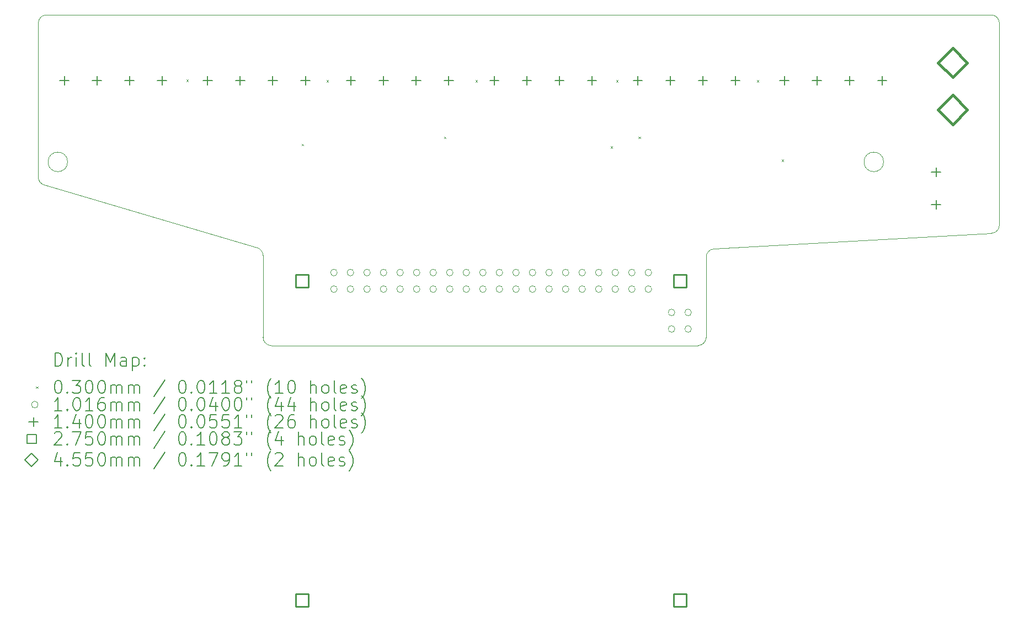
<source format=gbr>
%TF.GenerationSoftware,KiCad,Pcbnew,8.0.0*%
%TF.CreationDate,2024-03-15T12:02:43+01:00*%
%TF.ProjectId,prueba,70727565-6261-42e6-9b69-6361645f7063,v0.1*%
%TF.SameCoordinates,Original*%
%TF.FileFunction,Drillmap*%
%TF.FilePolarity,Positive*%
%FSLAX45Y45*%
G04 Gerber Fmt 4.5, Leading zero omitted, Abs format (unit mm)*
G04 Created by KiCad (PCBNEW 8.0.0) date 2024-03-15 12:02:43*
%MOMM*%
%LPD*%
G01*
G04 APERTURE LIST*
%ADD10C,0.050000*%
%ADD11C,0.200000*%
%ADD12C,0.100000*%
%ADD13C,0.101600*%
%ADD14C,0.140000*%
%ADD15C,0.275000*%
%ADD16C,0.455000*%
G04 APERTURE END LIST*
D10*
X7808877Y-6240165D02*
X4541123Y-5277835D01*
X7900000Y-7617000D02*
X7900000Y-6361992D01*
X14573000Y-7744000D02*
X8027000Y-7744000D01*
X14700000Y-6387034D02*
X14700000Y-7617000D01*
X19200000Y-2794000D02*
X19200000Y-5892966D01*
X19080157Y-6019764D02*
X14819843Y-6260235D01*
X4450000Y-5156008D02*
X4450000Y-2794000D01*
X4577000Y-2667000D02*
X19073000Y-2667000D01*
X7808877Y-6240165D02*
G75*
G02*
X7899998Y-6361992I-35877J-121825D01*
G01*
X8027000Y-7744000D02*
G75*
G02*
X7900000Y-7617000I0J127000D01*
G01*
X14700000Y-7617000D02*
G75*
G02*
X14573000Y-7744000I-127000J0D01*
G01*
X14700000Y-6387034D02*
G75*
G02*
X14819843Y-6260232I127000J4D01*
G01*
X19200000Y-5892966D02*
G75*
G02*
X19080157Y-6019768I-127000J-4D01*
G01*
X4541123Y-5277835D02*
G75*
G02*
X4450002Y-5156008I35877J121825D01*
G01*
X19073000Y-2667000D02*
G75*
G02*
X19200000Y-2794000I0J-127000D01*
G01*
X4450000Y-2794000D02*
G75*
G02*
X4577000Y-2667000I127000J0D01*
G01*
X4900000Y-4923800D02*
G75*
G02*
X4600000Y-4923800I-150000J0D01*
G01*
X4600000Y-4923800D02*
G75*
G02*
X4900000Y-4923800I150000J0D01*
G01*
X17422000Y-4923800D02*
G75*
G02*
X17122000Y-4923800I-150000J0D01*
G01*
X17122000Y-4923800D02*
G75*
G02*
X17422000Y-4923800I150000J0D01*
G01*
D11*
D12*
X6724000Y-3660000D02*
X6754000Y-3690000D01*
X6754000Y-3660000D02*
X6724000Y-3690000D01*
X8494000Y-4644000D02*
X8524000Y-4674000D01*
X8524000Y-4644000D02*
X8494000Y-4674000D01*
X8875000Y-3668000D02*
X8905000Y-3698000D01*
X8905000Y-3668000D02*
X8875000Y-3698000D01*
X10675000Y-4535000D02*
X10705000Y-4565000D01*
X10705000Y-4535000D02*
X10675000Y-4565000D01*
X11161000Y-3668000D02*
X11191000Y-3698000D01*
X11191000Y-3668000D02*
X11161000Y-3698000D01*
X13235000Y-4685000D02*
X13265000Y-4715000D01*
X13265000Y-4685000D02*
X13235000Y-4715000D01*
X13320000Y-3668000D02*
X13350000Y-3698000D01*
X13350000Y-3668000D02*
X13320000Y-3698000D01*
X13660628Y-4536372D02*
X13690628Y-4566372D01*
X13690628Y-4536372D02*
X13660628Y-4566372D01*
X15479000Y-3668000D02*
X15509000Y-3698000D01*
X15509000Y-3668000D02*
X15479000Y-3698000D01*
X15860000Y-4885000D02*
X15890000Y-4915000D01*
X15890000Y-4885000D02*
X15860000Y-4915000D01*
D13*
X9037800Y-6623000D02*
G75*
G02*
X8936200Y-6623000I-50800J0D01*
G01*
X8936200Y-6623000D02*
G75*
G02*
X9037800Y-6623000I50800J0D01*
G01*
X9037800Y-6877000D02*
G75*
G02*
X8936200Y-6877000I-50800J0D01*
G01*
X8936200Y-6877000D02*
G75*
G02*
X9037800Y-6877000I50800J0D01*
G01*
X9291800Y-6623000D02*
G75*
G02*
X9190200Y-6623000I-50800J0D01*
G01*
X9190200Y-6623000D02*
G75*
G02*
X9291800Y-6623000I50800J0D01*
G01*
X9291800Y-6877000D02*
G75*
G02*
X9190200Y-6877000I-50800J0D01*
G01*
X9190200Y-6877000D02*
G75*
G02*
X9291800Y-6877000I50800J0D01*
G01*
X9545800Y-6623000D02*
G75*
G02*
X9444200Y-6623000I-50800J0D01*
G01*
X9444200Y-6623000D02*
G75*
G02*
X9545800Y-6623000I50800J0D01*
G01*
X9545800Y-6877000D02*
G75*
G02*
X9444200Y-6877000I-50800J0D01*
G01*
X9444200Y-6877000D02*
G75*
G02*
X9545800Y-6877000I50800J0D01*
G01*
X9799800Y-6623000D02*
G75*
G02*
X9698200Y-6623000I-50800J0D01*
G01*
X9698200Y-6623000D02*
G75*
G02*
X9799800Y-6623000I50800J0D01*
G01*
X9799800Y-6877000D02*
G75*
G02*
X9698200Y-6877000I-50800J0D01*
G01*
X9698200Y-6877000D02*
G75*
G02*
X9799800Y-6877000I50800J0D01*
G01*
X10053800Y-6623000D02*
G75*
G02*
X9952200Y-6623000I-50800J0D01*
G01*
X9952200Y-6623000D02*
G75*
G02*
X10053800Y-6623000I50800J0D01*
G01*
X10053800Y-6877000D02*
G75*
G02*
X9952200Y-6877000I-50800J0D01*
G01*
X9952200Y-6877000D02*
G75*
G02*
X10053800Y-6877000I50800J0D01*
G01*
X10307800Y-6623000D02*
G75*
G02*
X10206200Y-6623000I-50800J0D01*
G01*
X10206200Y-6623000D02*
G75*
G02*
X10307800Y-6623000I50800J0D01*
G01*
X10307800Y-6877000D02*
G75*
G02*
X10206200Y-6877000I-50800J0D01*
G01*
X10206200Y-6877000D02*
G75*
G02*
X10307800Y-6877000I50800J0D01*
G01*
X10561800Y-6623000D02*
G75*
G02*
X10460200Y-6623000I-50800J0D01*
G01*
X10460200Y-6623000D02*
G75*
G02*
X10561800Y-6623000I50800J0D01*
G01*
X10561800Y-6877000D02*
G75*
G02*
X10460200Y-6877000I-50800J0D01*
G01*
X10460200Y-6877000D02*
G75*
G02*
X10561800Y-6877000I50800J0D01*
G01*
X10815800Y-6623000D02*
G75*
G02*
X10714200Y-6623000I-50800J0D01*
G01*
X10714200Y-6623000D02*
G75*
G02*
X10815800Y-6623000I50800J0D01*
G01*
X10815800Y-6877000D02*
G75*
G02*
X10714200Y-6877000I-50800J0D01*
G01*
X10714200Y-6877000D02*
G75*
G02*
X10815800Y-6877000I50800J0D01*
G01*
X11069800Y-6623000D02*
G75*
G02*
X10968200Y-6623000I-50800J0D01*
G01*
X10968200Y-6623000D02*
G75*
G02*
X11069800Y-6623000I50800J0D01*
G01*
X11069800Y-6877000D02*
G75*
G02*
X10968200Y-6877000I-50800J0D01*
G01*
X10968200Y-6877000D02*
G75*
G02*
X11069800Y-6877000I50800J0D01*
G01*
X11323800Y-6623000D02*
G75*
G02*
X11222200Y-6623000I-50800J0D01*
G01*
X11222200Y-6623000D02*
G75*
G02*
X11323800Y-6623000I50800J0D01*
G01*
X11323800Y-6877000D02*
G75*
G02*
X11222200Y-6877000I-50800J0D01*
G01*
X11222200Y-6877000D02*
G75*
G02*
X11323800Y-6877000I50800J0D01*
G01*
X11577800Y-6623000D02*
G75*
G02*
X11476200Y-6623000I-50800J0D01*
G01*
X11476200Y-6623000D02*
G75*
G02*
X11577800Y-6623000I50800J0D01*
G01*
X11577800Y-6877000D02*
G75*
G02*
X11476200Y-6877000I-50800J0D01*
G01*
X11476200Y-6877000D02*
G75*
G02*
X11577800Y-6877000I50800J0D01*
G01*
X11831800Y-6623000D02*
G75*
G02*
X11730200Y-6623000I-50800J0D01*
G01*
X11730200Y-6623000D02*
G75*
G02*
X11831800Y-6623000I50800J0D01*
G01*
X11831800Y-6877000D02*
G75*
G02*
X11730200Y-6877000I-50800J0D01*
G01*
X11730200Y-6877000D02*
G75*
G02*
X11831800Y-6877000I50800J0D01*
G01*
X12085800Y-6623000D02*
G75*
G02*
X11984200Y-6623000I-50800J0D01*
G01*
X11984200Y-6623000D02*
G75*
G02*
X12085800Y-6623000I50800J0D01*
G01*
X12085800Y-6877000D02*
G75*
G02*
X11984200Y-6877000I-50800J0D01*
G01*
X11984200Y-6877000D02*
G75*
G02*
X12085800Y-6877000I50800J0D01*
G01*
X12339800Y-6623000D02*
G75*
G02*
X12238200Y-6623000I-50800J0D01*
G01*
X12238200Y-6623000D02*
G75*
G02*
X12339800Y-6623000I50800J0D01*
G01*
X12339800Y-6877000D02*
G75*
G02*
X12238200Y-6877000I-50800J0D01*
G01*
X12238200Y-6877000D02*
G75*
G02*
X12339800Y-6877000I50800J0D01*
G01*
X12593800Y-6623000D02*
G75*
G02*
X12492200Y-6623000I-50800J0D01*
G01*
X12492200Y-6623000D02*
G75*
G02*
X12593800Y-6623000I50800J0D01*
G01*
X12593800Y-6877000D02*
G75*
G02*
X12492200Y-6877000I-50800J0D01*
G01*
X12492200Y-6877000D02*
G75*
G02*
X12593800Y-6877000I50800J0D01*
G01*
X12847800Y-6623000D02*
G75*
G02*
X12746200Y-6623000I-50800J0D01*
G01*
X12746200Y-6623000D02*
G75*
G02*
X12847800Y-6623000I50800J0D01*
G01*
X12847800Y-6877000D02*
G75*
G02*
X12746200Y-6877000I-50800J0D01*
G01*
X12746200Y-6877000D02*
G75*
G02*
X12847800Y-6877000I50800J0D01*
G01*
X13101800Y-6623000D02*
G75*
G02*
X13000200Y-6623000I-50800J0D01*
G01*
X13000200Y-6623000D02*
G75*
G02*
X13101800Y-6623000I50800J0D01*
G01*
X13101800Y-6877000D02*
G75*
G02*
X13000200Y-6877000I-50800J0D01*
G01*
X13000200Y-6877000D02*
G75*
G02*
X13101800Y-6877000I50800J0D01*
G01*
X13355800Y-6623000D02*
G75*
G02*
X13254200Y-6623000I-50800J0D01*
G01*
X13254200Y-6623000D02*
G75*
G02*
X13355800Y-6623000I50800J0D01*
G01*
X13355800Y-6877000D02*
G75*
G02*
X13254200Y-6877000I-50800J0D01*
G01*
X13254200Y-6877000D02*
G75*
G02*
X13355800Y-6877000I50800J0D01*
G01*
X13609800Y-6623000D02*
G75*
G02*
X13508200Y-6623000I-50800J0D01*
G01*
X13508200Y-6623000D02*
G75*
G02*
X13609800Y-6623000I50800J0D01*
G01*
X13609800Y-6877000D02*
G75*
G02*
X13508200Y-6877000I-50800J0D01*
G01*
X13508200Y-6877000D02*
G75*
G02*
X13609800Y-6877000I50800J0D01*
G01*
X13863800Y-6623000D02*
G75*
G02*
X13762200Y-6623000I-50800J0D01*
G01*
X13762200Y-6623000D02*
G75*
G02*
X13863800Y-6623000I50800J0D01*
G01*
X13863800Y-6877000D02*
G75*
G02*
X13762200Y-6877000I-50800J0D01*
G01*
X13762200Y-6877000D02*
G75*
G02*
X13863800Y-6877000I50800J0D01*
G01*
X14219800Y-7235300D02*
G75*
G02*
X14118200Y-7235300I-50800J0D01*
G01*
X14118200Y-7235300D02*
G75*
G02*
X14219800Y-7235300I50800J0D01*
G01*
X14219800Y-7489300D02*
G75*
G02*
X14118200Y-7489300I-50800J0D01*
G01*
X14118200Y-7489300D02*
G75*
G02*
X14219800Y-7489300I50800J0D01*
G01*
X14473800Y-7235300D02*
G75*
G02*
X14372200Y-7235300I-50800J0D01*
G01*
X14372200Y-7235300D02*
G75*
G02*
X14473800Y-7235300I50800J0D01*
G01*
X14473800Y-7489300D02*
G75*
G02*
X14372200Y-7489300I-50800J0D01*
G01*
X14372200Y-7489300D02*
G75*
G02*
X14473800Y-7489300I50800J0D01*
G01*
D14*
X4850000Y-3605000D02*
X4850000Y-3745000D01*
X4780000Y-3675000D02*
X4920000Y-3675000D01*
X5350000Y-3605000D02*
X5350000Y-3745000D01*
X5280000Y-3675000D02*
X5420000Y-3675000D01*
X5850000Y-3605000D02*
X5850000Y-3745000D01*
X5780000Y-3675000D02*
X5920000Y-3675000D01*
X6350000Y-3605000D02*
X6350000Y-3745000D01*
X6280000Y-3675000D02*
X6420000Y-3675000D01*
X7050000Y-3605000D02*
X7050000Y-3745000D01*
X6980000Y-3675000D02*
X7120000Y-3675000D01*
X7550000Y-3605000D02*
X7550000Y-3745000D01*
X7480000Y-3675000D02*
X7620000Y-3675000D01*
X8050000Y-3605000D02*
X8050000Y-3745000D01*
X7980000Y-3675000D02*
X8120000Y-3675000D01*
X8550000Y-3605000D02*
X8550000Y-3745000D01*
X8480000Y-3675000D02*
X8620000Y-3675000D01*
X9250000Y-3605000D02*
X9250000Y-3745000D01*
X9180000Y-3675000D02*
X9320000Y-3675000D01*
X9750000Y-3605000D02*
X9750000Y-3745000D01*
X9680000Y-3675000D02*
X9820000Y-3675000D01*
X10250000Y-3605000D02*
X10250000Y-3745000D01*
X10180000Y-3675000D02*
X10320000Y-3675000D01*
X10750000Y-3605000D02*
X10750000Y-3745000D01*
X10680000Y-3675000D02*
X10820000Y-3675000D01*
X11450000Y-3605000D02*
X11450000Y-3745000D01*
X11380000Y-3675000D02*
X11520000Y-3675000D01*
X11950000Y-3605000D02*
X11950000Y-3745000D01*
X11880000Y-3675000D02*
X12020000Y-3675000D01*
X12450000Y-3605000D02*
X12450000Y-3745000D01*
X12380000Y-3675000D02*
X12520000Y-3675000D01*
X12950000Y-3605000D02*
X12950000Y-3745000D01*
X12880000Y-3675000D02*
X13020000Y-3675000D01*
X13650000Y-3605000D02*
X13650000Y-3745000D01*
X13580000Y-3675000D02*
X13720000Y-3675000D01*
X14150000Y-3605000D02*
X14150000Y-3745000D01*
X14080000Y-3675000D02*
X14220000Y-3675000D01*
X14650000Y-3605000D02*
X14650000Y-3745000D01*
X14580000Y-3675000D02*
X14720000Y-3675000D01*
X15150000Y-3605000D02*
X15150000Y-3745000D01*
X15080000Y-3675000D02*
X15220000Y-3675000D01*
X15900000Y-3605000D02*
X15900000Y-3745000D01*
X15830000Y-3675000D02*
X15970000Y-3675000D01*
X16400000Y-3605000D02*
X16400000Y-3745000D01*
X16330000Y-3675000D02*
X16470000Y-3675000D01*
X16900000Y-3605000D02*
X16900000Y-3745000D01*
X16830000Y-3675000D02*
X16970000Y-3675000D01*
X17400000Y-3605000D02*
X17400000Y-3745000D01*
X17330000Y-3675000D02*
X17470000Y-3675000D01*
X18228000Y-5010000D02*
X18228000Y-5150000D01*
X18158000Y-5080000D02*
X18298000Y-5080000D01*
X18228000Y-5510000D02*
X18228000Y-5650000D01*
X18158000Y-5580000D02*
X18298000Y-5580000D01*
D15*
X8597228Y-6847228D02*
X8597228Y-6652772D01*
X8402772Y-6652772D01*
X8402772Y-6847228D01*
X8597228Y-6847228D01*
X8597228Y-11747228D02*
X8597228Y-11552772D01*
X8402772Y-11552772D01*
X8402772Y-11747228D01*
X8597228Y-11747228D01*
X14397228Y-6847228D02*
X14397228Y-6652772D01*
X14202772Y-6652772D01*
X14202772Y-6847228D01*
X14397228Y-6847228D01*
X14397228Y-11747228D02*
X14397228Y-11552772D01*
X14202772Y-11552772D01*
X14202772Y-11747228D01*
X14397228Y-11747228D01*
D16*
X18482000Y-3627500D02*
X18709500Y-3400000D01*
X18482000Y-3172500D01*
X18254500Y-3400000D01*
X18482000Y-3627500D01*
X18482000Y-4347500D02*
X18709500Y-4120000D01*
X18482000Y-3892500D01*
X18254500Y-4120000D01*
X18482000Y-4347500D01*
D11*
X4708277Y-8057984D02*
X4708277Y-7857984D01*
X4708277Y-7857984D02*
X4755896Y-7857984D01*
X4755896Y-7857984D02*
X4784467Y-7867508D01*
X4784467Y-7867508D02*
X4803515Y-7886555D01*
X4803515Y-7886555D02*
X4813039Y-7905603D01*
X4813039Y-7905603D02*
X4822563Y-7943698D01*
X4822563Y-7943698D02*
X4822563Y-7972269D01*
X4822563Y-7972269D02*
X4813039Y-8010365D01*
X4813039Y-8010365D02*
X4803515Y-8029412D01*
X4803515Y-8029412D02*
X4784467Y-8048460D01*
X4784467Y-8048460D02*
X4755896Y-8057984D01*
X4755896Y-8057984D02*
X4708277Y-8057984D01*
X4908277Y-8057984D02*
X4908277Y-7924650D01*
X4908277Y-7962746D02*
X4917801Y-7943698D01*
X4917801Y-7943698D02*
X4927324Y-7934174D01*
X4927324Y-7934174D02*
X4946372Y-7924650D01*
X4946372Y-7924650D02*
X4965420Y-7924650D01*
X5032086Y-8057984D02*
X5032086Y-7924650D01*
X5032086Y-7857984D02*
X5022563Y-7867508D01*
X5022563Y-7867508D02*
X5032086Y-7877031D01*
X5032086Y-7877031D02*
X5041610Y-7867508D01*
X5041610Y-7867508D02*
X5032086Y-7857984D01*
X5032086Y-7857984D02*
X5032086Y-7877031D01*
X5155896Y-8057984D02*
X5136848Y-8048460D01*
X5136848Y-8048460D02*
X5127324Y-8029412D01*
X5127324Y-8029412D02*
X5127324Y-7857984D01*
X5260658Y-8057984D02*
X5241610Y-8048460D01*
X5241610Y-8048460D02*
X5232086Y-8029412D01*
X5232086Y-8029412D02*
X5232086Y-7857984D01*
X5489229Y-8057984D02*
X5489229Y-7857984D01*
X5489229Y-7857984D02*
X5555896Y-8000841D01*
X5555896Y-8000841D02*
X5622562Y-7857984D01*
X5622562Y-7857984D02*
X5622562Y-8057984D01*
X5803515Y-8057984D02*
X5803515Y-7953222D01*
X5803515Y-7953222D02*
X5793991Y-7934174D01*
X5793991Y-7934174D02*
X5774943Y-7924650D01*
X5774943Y-7924650D02*
X5736848Y-7924650D01*
X5736848Y-7924650D02*
X5717801Y-7934174D01*
X5803515Y-8048460D02*
X5784467Y-8057984D01*
X5784467Y-8057984D02*
X5736848Y-8057984D01*
X5736848Y-8057984D02*
X5717801Y-8048460D01*
X5717801Y-8048460D02*
X5708277Y-8029412D01*
X5708277Y-8029412D02*
X5708277Y-8010365D01*
X5708277Y-8010365D02*
X5717801Y-7991317D01*
X5717801Y-7991317D02*
X5736848Y-7981793D01*
X5736848Y-7981793D02*
X5784467Y-7981793D01*
X5784467Y-7981793D02*
X5803515Y-7972269D01*
X5898753Y-7924650D02*
X5898753Y-8124650D01*
X5898753Y-7934174D02*
X5917801Y-7924650D01*
X5917801Y-7924650D02*
X5955896Y-7924650D01*
X5955896Y-7924650D02*
X5974943Y-7934174D01*
X5974943Y-7934174D02*
X5984467Y-7943698D01*
X5984467Y-7943698D02*
X5993991Y-7962746D01*
X5993991Y-7962746D02*
X5993991Y-8019888D01*
X5993991Y-8019888D02*
X5984467Y-8038936D01*
X5984467Y-8038936D02*
X5974943Y-8048460D01*
X5974943Y-8048460D02*
X5955896Y-8057984D01*
X5955896Y-8057984D02*
X5917801Y-8057984D01*
X5917801Y-8057984D02*
X5898753Y-8048460D01*
X6079705Y-8038936D02*
X6089229Y-8048460D01*
X6089229Y-8048460D02*
X6079705Y-8057984D01*
X6079705Y-8057984D02*
X6070182Y-8048460D01*
X6070182Y-8048460D02*
X6079705Y-8038936D01*
X6079705Y-8038936D02*
X6079705Y-8057984D01*
X6079705Y-7934174D02*
X6089229Y-7943698D01*
X6089229Y-7943698D02*
X6079705Y-7953222D01*
X6079705Y-7953222D02*
X6070182Y-7943698D01*
X6070182Y-7943698D02*
X6079705Y-7934174D01*
X6079705Y-7934174D02*
X6079705Y-7953222D01*
D12*
X4417500Y-8371500D02*
X4447500Y-8401500D01*
X4447500Y-8371500D02*
X4417500Y-8401500D01*
D11*
X4746372Y-8277984D02*
X4765420Y-8277984D01*
X4765420Y-8277984D02*
X4784467Y-8287508D01*
X4784467Y-8287508D02*
X4793991Y-8297031D01*
X4793991Y-8297031D02*
X4803515Y-8316079D01*
X4803515Y-8316079D02*
X4813039Y-8354174D01*
X4813039Y-8354174D02*
X4813039Y-8401793D01*
X4813039Y-8401793D02*
X4803515Y-8439889D01*
X4803515Y-8439889D02*
X4793991Y-8458936D01*
X4793991Y-8458936D02*
X4784467Y-8468460D01*
X4784467Y-8468460D02*
X4765420Y-8477984D01*
X4765420Y-8477984D02*
X4746372Y-8477984D01*
X4746372Y-8477984D02*
X4727324Y-8468460D01*
X4727324Y-8468460D02*
X4717801Y-8458936D01*
X4717801Y-8458936D02*
X4708277Y-8439889D01*
X4708277Y-8439889D02*
X4698753Y-8401793D01*
X4698753Y-8401793D02*
X4698753Y-8354174D01*
X4698753Y-8354174D02*
X4708277Y-8316079D01*
X4708277Y-8316079D02*
X4717801Y-8297031D01*
X4717801Y-8297031D02*
X4727324Y-8287508D01*
X4727324Y-8287508D02*
X4746372Y-8277984D01*
X4898753Y-8458936D02*
X4908277Y-8468460D01*
X4908277Y-8468460D02*
X4898753Y-8477984D01*
X4898753Y-8477984D02*
X4889229Y-8468460D01*
X4889229Y-8468460D02*
X4898753Y-8458936D01*
X4898753Y-8458936D02*
X4898753Y-8477984D01*
X4974944Y-8277984D02*
X5098753Y-8277984D01*
X5098753Y-8277984D02*
X5032086Y-8354174D01*
X5032086Y-8354174D02*
X5060658Y-8354174D01*
X5060658Y-8354174D02*
X5079705Y-8363698D01*
X5079705Y-8363698D02*
X5089229Y-8373222D01*
X5089229Y-8373222D02*
X5098753Y-8392270D01*
X5098753Y-8392270D02*
X5098753Y-8439889D01*
X5098753Y-8439889D02*
X5089229Y-8458936D01*
X5089229Y-8458936D02*
X5079705Y-8468460D01*
X5079705Y-8468460D02*
X5060658Y-8477984D01*
X5060658Y-8477984D02*
X5003515Y-8477984D01*
X5003515Y-8477984D02*
X4984467Y-8468460D01*
X4984467Y-8468460D02*
X4974944Y-8458936D01*
X5222563Y-8277984D02*
X5241610Y-8277984D01*
X5241610Y-8277984D02*
X5260658Y-8287508D01*
X5260658Y-8287508D02*
X5270182Y-8297031D01*
X5270182Y-8297031D02*
X5279705Y-8316079D01*
X5279705Y-8316079D02*
X5289229Y-8354174D01*
X5289229Y-8354174D02*
X5289229Y-8401793D01*
X5289229Y-8401793D02*
X5279705Y-8439889D01*
X5279705Y-8439889D02*
X5270182Y-8458936D01*
X5270182Y-8458936D02*
X5260658Y-8468460D01*
X5260658Y-8468460D02*
X5241610Y-8477984D01*
X5241610Y-8477984D02*
X5222563Y-8477984D01*
X5222563Y-8477984D02*
X5203515Y-8468460D01*
X5203515Y-8468460D02*
X5193991Y-8458936D01*
X5193991Y-8458936D02*
X5184467Y-8439889D01*
X5184467Y-8439889D02*
X5174944Y-8401793D01*
X5174944Y-8401793D02*
X5174944Y-8354174D01*
X5174944Y-8354174D02*
X5184467Y-8316079D01*
X5184467Y-8316079D02*
X5193991Y-8297031D01*
X5193991Y-8297031D02*
X5203515Y-8287508D01*
X5203515Y-8287508D02*
X5222563Y-8277984D01*
X5413039Y-8277984D02*
X5432086Y-8277984D01*
X5432086Y-8277984D02*
X5451134Y-8287508D01*
X5451134Y-8287508D02*
X5460658Y-8297031D01*
X5460658Y-8297031D02*
X5470182Y-8316079D01*
X5470182Y-8316079D02*
X5479705Y-8354174D01*
X5479705Y-8354174D02*
X5479705Y-8401793D01*
X5479705Y-8401793D02*
X5470182Y-8439889D01*
X5470182Y-8439889D02*
X5460658Y-8458936D01*
X5460658Y-8458936D02*
X5451134Y-8468460D01*
X5451134Y-8468460D02*
X5432086Y-8477984D01*
X5432086Y-8477984D02*
X5413039Y-8477984D01*
X5413039Y-8477984D02*
X5393991Y-8468460D01*
X5393991Y-8468460D02*
X5384467Y-8458936D01*
X5384467Y-8458936D02*
X5374944Y-8439889D01*
X5374944Y-8439889D02*
X5365420Y-8401793D01*
X5365420Y-8401793D02*
X5365420Y-8354174D01*
X5365420Y-8354174D02*
X5374944Y-8316079D01*
X5374944Y-8316079D02*
X5384467Y-8297031D01*
X5384467Y-8297031D02*
X5393991Y-8287508D01*
X5393991Y-8287508D02*
X5413039Y-8277984D01*
X5565420Y-8477984D02*
X5565420Y-8344650D01*
X5565420Y-8363698D02*
X5574944Y-8354174D01*
X5574944Y-8354174D02*
X5593991Y-8344650D01*
X5593991Y-8344650D02*
X5622563Y-8344650D01*
X5622563Y-8344650D02*
X5641610Y-8354174D01*
X5641610Y-8354174D02*
X5651134Y-8373222D01*
X5651134Y-8373222D02*
X5651134Y-8477984D01*
X5651134Y-8373222D02*
X5660658Y-8354174D01*
X5660658Y-8354174D02*
X5679705Y-8344650D01*
X5679705Y-8344650D02*
X5708277Y-8344650D01*
X5708277Y-8344650D02*
X5727324Y-8354174D01*
X5727324Y-8354174D02*
X5736848Y-8373222D01*
X5736848Y-8373222D02*
X5736848Y-8477984D01*
X5832086Y-8477984D02*
X5832086Y-8344650D01*
X5832086Y-8363698D02*
X5841610Y-8354174D01*
X5841610Y-8354174D02*
X5860658Y-8344650D01*
X5860658Y-8344650D02*
X5889229Y-8344650D01*
X5889229Y-8344650D02*
X5908277Y-8354174D01*
X5908277Y-8354174D02*
X5917801Y-8373222D01*
X5917801Y-8373222D02*
X5917801Y-8477984D01*
X5917801Y-8373222D02*
X5927324Y-8354174D01*
X5927324Y-8354174D02*
X5946372Y-8344650D01*
X5946372Y-8344650D02*
X5974943Y-8344650D01*
X5974943Y-8344650D02*
X5993991Y-8354174D01*
X5993991Y-8354174D02*
X6003515Y-8373222D01*
X6003515Y-8373222D02*
X6003515Y-8477984D01*
X6393991Y-8268460D02*
X6222563Y-8525603D01*
X6651134Y-8277984D02*
X6670182Y-8277984D01*
X6670182Y-8277984D02*
X6689229Y-8287508D01*
X6689229Y-8287508D02*
X6698753Y-8297031D01*
X6698753Y-8297031D02*
X6708277Y-8316079D01*
X6708277Y-8316079D02*
X6717801Y-8354174D01*
X6717801Y-8354174D02*
X6717801Y-8401793D01*
X6717801Y-8401793D02*
X6708277Y-8439889D01*
X6708277Y-8439889D02*
X6698753Y-8458936D01*
X6698753Y-8458936D02*
X6689229Y-8468460D01*
X6689229Y-8468460D02*
X6670182Y-8477984D01*
X6670182Y-8477984D02*
X6651134Y-8477984D01*
X6651134Y-8477984D02*
X6632086Y-8468460D01*
X6632086Y-8468460D02*
X6622563Y-8458936D01*
X6622563Y-8458936D02*
X6613039Y-8439889D01*
X6613039Y-8439889D02*
X6603515Y-8401793D01*
X6603515Y-8401793D02*
X6603515Y-8354174D01*
X6603515Y-8354174D02*
X6613039Y-8316079D01*
X6613039Y-8316079D02*
X6622563Y-8297031D01*
X6622563Y-8297031D02*
X6632086Y-8287508D01*
X6632086Y-8287508D02*
X6651134Y-8277984D01*
X6803515Y-8458936D02*
X6813039Y-8468460D01*
X6813039Y-8468460D02*
X6803515Y-8477984D01*
X6803515Y-8477984D02*
X6793991Y-8468460D01*
X6793991Y-8468460D02*
X6803515Y-8458936D01*
X6803515Y-8458936D02*
X6803515Y-8477984D01*
X6936848Y-8277984D02*
X6955896Y-8277984D01*
X6955896Y-8277984D02*
X6974944Y-8287508D01*
X6974944Y-8287508D02*
X6984467Y-8297031D01*
X6984467Y-8297031D02*
X6993991Y-8316079D01*
X6993991Y-8316079D02*
X7003515Y-8354174D01*
X7003515Y-8354174D02*
X7003515Y-8401793D01*
X7003515Y-8401793D02*
X6993991Y-8439889D01*
X6993991Y-8439889D02*
X6984467Y-8458936D01*
X6984467Y-8458936D02*
X6974944Y-8468460D01*
X6974944Y-8468460D02*
X6955896Y-8477984D01*
X6955896Y-8477984D02*
X6936848Y-8477984D01*
X6936848Y-8477984D02*
X6917801Y-8468460D01*
X6917801Y-8468460D02*
X6908277Y-8458936D01*
X6908277Y-8458936D02*
X6898753Y-8439889D01*
X6898753Y-8439889D02*
X6889229Y-8401793D01*
X6889229Y-8401793D02*
X6889229Y-8354174D01*
X6889229Y-8354174D02*
X6898753Y-8316079D01*
X6898753Y-8316079D02*
X6908277Y-8297031D01*
X6908277Y-8297031D02*
X6917801Y-8287508D01*
X6917801Y-8287508D02*
X6936848Y-8277984D01*
X7193991Y-8477984D02*
X7079706Y-8477984D01*
X7136848Y-8477984D02*
X7136848Y-8277984D01*
X7136848Y-8277984D02*
X7117801Y-8306555D01*
X7117801Y-8306555D02*
X7098753Y-8325603D01*
X7098753Y-8325603D02*
X7079706Y-8335127D01*
X7384467Y-8477984D02*
X7270182Y-8477984D01*
X7327325Y-8477984D02*
X7327325Y-8277984D01*
X7327325Y-8277984D02*
X7308277Y-8306555D01*
X7308277Y-8306555D02*
X7289229Y-8325603D01*
X7289229Y-8325603D02*
X7270182Y-8335127D01*
X7498753Y-8363698D02*
X7479706Y-8354174D01*
X7479706Y-8354174D02*
X7470182Y-8344650D01*
X7470182Y-8344650D02*
X7460658Y-8325603D01*
X7460658Y-8325603D02*
X7460658Y-8316079D01*
X7460658Y-8316079D02*
X7470182Y-8297031D01*
X7470182Y-8297031D02*
X7479706Y-8287508D01*
X7479706Y-8287508D02*
X7498753Y-8277984D01*
X7498753Y-8277984D02*
X7536848Y-8277984D01*
X7536848Y-8277984D02*
X7555896Y-8287508D01*
X7555896Y-8287508D02*
X7565420Y-8297031D01*
X7565420Y-8297031D02*
X7574944Y-8316079D01*
X7574944Y-8316079D02*
X7574944Y-8325603D01*
X7574944Y-8325603D02*
X7565420Y-8344650D01*
X7565420Y-8344650D02*
X7555896Y-8354174D01*
X7555896Y-8354174D02*
X7536848Y-8363698D01*
X7536848Y-8363698D02*
X7498753Y-8363698D01*
X7498753Y-8363698D02*
X7479706Y-8373222D01*
X7479706Y-8373222D02*
X7470182Y-8382746D01*
X7470182Y-8382746D02*
X7460658Y-8401793D01*
X7460658Y-8401793D02*
X7460658Y-8439889D01*
X7460658Y-8439889D02*
X7470182Y-8458936D01*
X7470182Y-8458936D02*
X7479706Y-8468460D01*
X7479706Y-8468460D02*
X7498753Y-8477984D01*
X7498753Y-8477984D02*
X7536848Y-8477984D01*
X7536848Y-8477984D02*
X7555896Y-8468460D01*
X7555896Y-8468460D02*
X7565420Y-8458936D01*
X7565420Y-8458936D02*
X7574944Y-8439889D01*
X7574944Y-8439889D02*
X7574944Y-8401793D01*
X7574944Y-8401793D02*
X7565420Y-8382746D01*
X7565420Y-8382746D02*
X7555896Y-8373222D01*
X7555896Y-8373222D02*
X7536848Y-8363698D01*
X7651134Y-8277984D02*
X7651134Y-8316079D01*
X7727325Y-8277984D02*
X7727325Y-8316079D01*
X8022563Y-8554174D02*
X8013039Y-8544650D01*
X8013039Y-8544650D02*
X7993991Y-8516079D01*
X7993991Y-8516079D02*
X7984468Y-8497031D01*
X7984468Y-8497031D02*
X7974944Y-8468460D01*
X7974944Y-8468460D02*
X7965420Y-8420841D01*
X7965420Y-8420841D02*
X7965420Y-8382746D01*
X7965420Y-8382746D02*
X7974944Y-8335127D01*
X7974944Y-8335127D02*
X7984468Y-8306555D01*
X7984468Y-8306555D02*
X7993991Y-8287508D01*
X7993991Y-8287508D02*
X8013039Y-8258936D01*
X8013039Y-8258936D02*
X8022563Y-8249412D01*
X8203515Y-8477984D02*
X8089229Y-8477984D01*
X8146372Y-8477984D02*
X8146372Y-8277984D01*
X8146372Y-8277984D02*
X8127325Y-8306555D01*
X8127325Y-8306555D02*
X8108277Y-8325603D01*
X8108277Y-8325603D02*
X8089229Y-8335127D01*
X8327325Y-8277984D02*
X8346372Y-8277984D01*
X8346372Y-8277984D02*
X8365420Y-8287508D01*
X8365420Y-8287508D02*
X8374944Y-8297031D01*
X8374944Y-8297031D02*
X8384468Y-8316079D01*
X8384468Y-8316079D02*
X8393991Y-8354174D01*
X8393991Y-8354174D02*
X8393991Y-8401793D01*
X8393991Y-8401793D02*
X8384468Y-8439889D01*
X8384468Y-8439889D02*
X8374944Y-8458936D01*
X8374944Y-8458936D02*
X8365420Y-8468460D01*
X8365420Y-8468460D02*
X8346372Y-8477984D01*
X8346372Y-8477984D02*
X8327325Y-8477984D01*
X8327325Y-8477984D02*
X8308277Y-8468460D01*
X8308277Y-8468460D02*
X8298753Y-8458936D01*
X8298753Y-8458936D02*
X8289229Y-8439889D01*
X8289229Y-8439889D02*
X8279706Y-8401793D01*
X8279706Y-8401793D02*
X8279706Y-8354174D01*
X8279706Y-8354174D02*
X8289229Y-8316079D01*
X8289229Y-8316079D02*
X8298753Y-8297031D01*
X8298753Y-8297031D02*
X8308277Y-8287508D01*
X8308277Y-8287508D02*
X8327325Y-8277984D01*
X8632087Y-8477984D02*
X8632087Y-8277984D01*
X8717801Y-8477984D02*
X8717801Y-8373222D01*
X8717801Y-8373222D02*
X8708277Y-8354174D01*
X8708277Y-8354174D02*
X8689230Y-8344650D01*
X8689230Y-8344650D02*
X8660658Y-8344650D01*
X8660658Y-8344650D02*
X8641611Y-8354174D01*
X8641611Y-8354174D02*
X8632087Y-8363698D01*
X8841611Y-8477984D02*
X8822563Y-8468460D01*
X8822563Y-8468460D02*
X8813039Y-8458936D01*
X8813039Y-8458936D02*
X8803515Y-8439889D01*
X8803515Y-8439889D02*
X8803515Y-8382746D01*
X8803515Y-8382746D02*
X8813039Y-8363698D01*
X8813039Y-8363698D02*
X8822563Y-8354174D01*
X8822563Y-8354174D02*
X8841611Y-8344650D01*
X8841611Y-8344650D02*
X8870182Y-8344650D01*
X8870182Y-8344650D02*
X8889230Y-8354174D01*
X8889230Y-8354174D02*
X8898753Y-8363698D01*
X8898753Y-8363698D02*
X8908277Y-8382746D01*
X8908277Y-8382746D02*
X8908277Y-8439889D01*
X8908277Y-8439889D02*
X8898753Y-8458936D01*
X8898753Y-8458936D02*
X8889230Y-8468460D01*
X8889230Y-8468460D02*
X8870182Y-8477984D01*
X8870182Y-8477984D02*
X8841611Y-8477984D01*
X9022563Y-8477984D02*
X9003515Y-8468460D01*
X9003515Y-8468460D02*
X8993992Y-8449412D01*
X8993992Y-8449412D02*
X8993992Y-8277984D01*
X9174944Y-8468460D02*
X9155896Y-8477984D01*
X9155896Y-8477984D02*
X9117801Y-8477984D01*
X9117801Y-8477984D02*
X9098753Y-8468460D01*
X9098753Y-8468460D02*
X9089230Y-8449412D01*
X9089230Y-8449412D02*
X9089230Y-8373222D01*
X9089230Y-8373222D02*
X9098753Y-8354174D01*
X9098753Y-8354174D02*
X9117801Y-8344650D01*
X9117801Y-8344650D02*
X9155896Y-8344650D01*
X9155896Y-8344650D02*
X9174944Y-8354174D01*
X9174944Y-8354174D02*
X9184468Y-8373222D01*
X9184468Y-8373222D02*
X9184468Y-8392270D01*
X9184468Y-8392270D02*
X9089230Y-8411317D01*
X9260658Y-8468460D02*
X9279706Y-8477984D01*
X9279706Y-8477984D02*
X9317801Y-8477984D01*
X9317801Y-8477984D02*
X9336849Y-8468460D01*
X9336849Y-8468460D02*
X9346373Y-8449412D01*
X9346373Y-8449412D02*
X9346373Y-8439889D01*
X9346373Y-8439889D02*
X9336849Y-8420841D01*
X9336849Y-8420841D02*
X9317801Y-8411317D01*
X9317801Y-8411317D02*
X9289230Y-8411317D01*
X9289230Y-8411317D02*
X9270182Y-8401793D01*
X9270182Y-8401793D02*
X9260658Y-8382746D01*
X9260658Y-8382746D02*
X9260658Y-8373222D01*
X9260658Y-8373222D02*
X9270182Y-8354174D01*
X9270182Y-8354174D02*
X9289230Y-8344650D01*
X9289230Y-8344650D02*
X9317801Y-8344650D01*
X9317801Y-8344650D02*
X9336849Y-8354174D01*
X9413039Y-8554174D02*
X9422563Y-8544650D01*
X9422563Y-8544650D02*
X9441611Y-8516079D01*
X9441611Y-8516079D02*
X9451134Y-8497031D01*
X9451134Y-8497031D02*
X9460658Y-8468460D01*
X9460658Y-8468460D02*
X9470182Y-8420841D01*
X9470182Y-8420841D02*
X9470182Y-8382746D01*
X9470182Y-8382746D02*
X9460658Y-8335127D01*
X9460658Y-8335127D02*
X9451134Y-8306555D01*
X9451134Y-8306555D02*
X9441611Y-8287508D01*
X9441611Y-8287508D02*
X9422563Y-8258936D01*
X9422563Y-8258936D02*
X9413039Y-8249412D01*
D13*
X4447500Y-8650500D02*
G75*
G02*
X4345900Y-8650500I-50800J0D01*
G01*
X4345900Y-8650500D02*
G75*
G02*
X4447500Y-8650500I50800J0D01*
G01*
D11*
X4813039Y-8741984D02*
X4698753Y-8741984D01*
X4755896Y-8741984D02*
X4755896Y-8541984D01*
X4755896Y-8541984D02*
X4736848Y-8570555D01*
X4736848Y-8570555D02*
X4717801Y-8589603D01*
X4717801Y-8589603D02*
X4698753Y-8599127D01*
X4898753Y-8722936D02*
X4908277Y-8732460D01*
X4908277Y-8732460D02*
X4898753Y-8741984D01*
X4898753Y-8741984D02*
X4889229Y-8732460D01*
X4889229Y-8732460D02*
X4898753Y-8722936D01*
X4898753Y-8722936D02*
X4898753Y-8741984D01*
X5032086Y-8541984D02*
X5051134Y-8541984D01*
X5051134Y-8541984D02*
X5070182Y-8551508D01*
X5070182Y-8551508D02*
X5079705Y-8561031D01*
X5079705Y-8561031D02*
X5089229Y-8580079D01*
X5089229Y-8580079D02*
X5098753Y-8618174D01*
X5098753Y-8618174D02*
X5098753Y-8665793D01*
X5098753Y-8665793D02*
X5089229Y-8703889D01*
X5089229Y-8703889D02*
X5079705Y-8722936D01*
X5079705Y-8722936D02*
X5070182Y-8732460D01*
X5070182Y-8732460D02*
X5051134Y-8741984D01*
X5051134Y-8741984D02*
X5032086Y-8741984D01*
X5032086Y-8741984D02*
X5013039Y-8732460D01*
X5013039Y-8732460D02*
X5003515Y-8722936D01*
X5003515Y-8722936D02*
X4993991Y-8703889D01*
X4993991Y-8703889D02*
X4984467Y-8665793D01*
X4984467Y-8665793D02*
X4984467Y-8618174D01*
X4984467Y-8618174D02*
X4993991Y-8580079D01*
X4993991Y-8580079D02*
X5003515Y-8561031D01*
X5003515Y-8561031D02*
X5013039Y-8551508D01*
X5013039Y-8551508D02*
X5032086Y-8541984D01*
X5289229Y-8741984D02*
X5174944Y-8741984D01*
X5232086Y-8741984D02*
X5232086Y-8541984D01*
X5232086Y-8541984D02*
X5213039Y-8570555D01*
X5213039Y-8570555D02*
X5193991Y-8589603D01*
X5193991Y-8589603D02*
X5174944Y-8599127D01*
X5460658Y-8541984D02*
X5422563Y-8541984D01*
X5422563Y-8541984D02*
X5403515Y-8551508D01*
X5403515Y-8551508D02*
X5393991Y-8561031D01*
X5393991Y-8561031D02*
X5374944Y-8589603D01*
X5374944Y-8589603D02*
X5365420Y-8627698D01*
X5365420Y-8627698D02*
X5365420Y-8703889D01*
X5365420Y-8703889D02*
X5374944Y-8722936D01*
X5374944Y-8722936D02*
X5384467Y-8732460D01*
X5384467Y-8732460D02*
X5403515Y-8741984D01*
X5403515Y-8741984D02*
X5441610Y-8741984D01*
X5441610Y-8741984D02*
X5460658Y-8732460D01*
X5460658Y-8732460D02*
X5470182Y-8722936D01*
X5470182Y-8722936D02*
X5479705Y-8703889D01*
X5479705Y-8703889D02*
X5479705Y-8656270D01*
X5479705Y-8656270D02*
X5470182Y-8637222D01*
X5470182Y-8637222D02*
X5460658Y-8627698D01*
X5460658Y-8627698D02*
X5441610Y-8618174D01*
X5441610Y-8618174D02*
X5403515Y-8618174D01*
X5403515Y-8618174D02*
X5384467Y-8627698D01*
X5384467Y-8627698D02*
X5374944Y-8637222D01*
X5374944Y-8637222D02*
X5365420Y-8656270D01*
X5565420Y-8741984D02*
X5565420Y-8608650D01*
X5565420Y-8627698D02*
X5574944Y-8618174D01*
X5574944Y-8618174D02*
X5593991Y-8608650D01*
X5593991Y-8608650D02*
X5622563Y-8608650D01*
X5622563Y-8608650D02*
X5641610Y-8618174D01*
X5641610Y-8618174D02*
X5651134Y-8637222D01*
X5651134Y-8637222D02*
X5651134Y-8741984D01*
X5651134Y-8637222D02*
X5660658Y-8618174D01*
X5660658Y-8618174D02*
X5679705Y-8608650D01*
X5679705Y-8608650D02*
X5708277Y-8608650D01*
X5708277Y-8608650D02*
X5727324Y-8618174D01*
X5727324Y-8618174D02*
X5736848Y-8637222D01*
X5736848Y-8637222D02*
X5736848Y-8741984D01*
X5832086Y-8741984D02*
X5832086Y-8608650D01*
X5832086Y-8627698D02*
X5841610Y-8618174D01*
X5841610Y-8618174D02*
X5860658Y-8608650D01*
X5860658Y-8608650D02*
X5889229Y-8608650D01*
X5889229Y-8608650D02*
X5908277Y-8618174D01*
X5908277Y-8618174D02*
X5917801Y-8637222D01*
X5917801Y-8637222D02*
X5917801Y-8741984D01*
X5917801Y-8637222D02*
X5927324Y-8618174D01*
X5927324Y-8618174D02*
X5946372Y-8608650D01*
X5946372Y-8608650D02*
X5974943Y-8608650D01*
X5974943Y-8608650D02*
X5993991Y-8618174D01*
X5993991Y-8618174D02*
X6003515Y-8637222D01*
X6003515Y-8637222D02*
X6003515Y-8741984D01*
X6393991Y-8532460D02*
X6222563Y-8789603D01*
X6651134Y-8541984D02*
X6670182Y-8541984D01*
X6670182Y-8541984D02*
X6689229Y-8551508D01*
X6689229Y-8551508D02*
X6698753Y-8561031D01*
X6698753Y-8561031D02*
X6708277Y-8580079D01*
X6708277Y-8580079D02*
X6717801Y-8618174D01*
X6717801Y-8618174D02*
X6717801Y-8665793D01*
X6717801Y-8665793D02*
X6708277Y-8703889D01*
X6708277Y-8703889D02*
X6698753Y-8722936D01*
X6698753Y-8722936D02*
X6689229Y-8732460D01*
X6689229Y-8732460D02*
X6670182Y-8741984D01*
X6670182Y-8741984D02*
X6651134Y-8741984D01*
X6651134Y-8741984D02*
X6632086Y-8732460D01*
X6632086Y-8732460D02*
X6622563Y-8722936D01*
X6622563Y-8722936D02*
X6613039Y-8703889D01*
X6613039Y-8703889D02*
X6603515Y-8665793D01*
X6603515Y-8665793D02*
X6603515Y-8618174D01*
X6603515Y-8618174D02*
X6613039Y-8580079D01*
X6613039Y-8580079D02*
X6622563Y-8561031D01*
X6622563Y-8561031D02*
X6632086Y-8551508D01*
X6632086Y-8551508D02*
X6651134Y-8541984D01*
X6803515Y-8722936D02*
X6813039Y-8732460D01*
X6813039Y-8732460D02*
X6803515Y-8741984D01*
X6803515Y-8741984D02*
X6793991Y-8732460D01*
X6793991Y-8732460D02*
X6803515Y-8722936D01*
X6803515Y-8722936D02*
X6803515Y-8741984D01*
X6936848Y-8541984D02*
X6955896Y-8541984D01*
X6955896Y-8541984D02*
X6974944Y-8551508D01*
X6974944Y-8551508D02*
X6984467Y-8561031D01*
X6984467Y-8561031D02*
X6993991Y-8580079D01*
X6993991Y-8580079D02*
X7003515Y-8618174D01*
X7003515Y-8618174D02*
X7003515Y-8665793D01*
X7003515Y-8665793D02*
X6993991Y-8703889D01*
X6993991Y-8703889D02*
X6984467Y-8722936D01*
X6984467Y-8722936D02*
X6974944Y-8732460D01*
X6974944Y-8732460D02*
X6955896Y-8741984D01*
X6955896Y-8741984D02*
X6936848Y-8741984D01*
X6936848Y-8741984D02*
X6917801Y-8732460D01*
X6917801Y-8732460D02*
X6908277Y-8722936D01*
X6908277Y-8722936D02*
X6898753Y-8703889D01*
X6898753Y-8703889D02*
X6889229Y-8665793D01*
X6889229Y-8665793D02*
X6889229Y-8618174D01*
X6889229Y-8618174D02*
X6898753Y-8580079D01*
X6898753Y-8580079D02*
X6908277Y-8561031D01*
X6908277Y-8561031D02*
X6917801Y-8551508D01*
X6917801Y-8551508D02*
X6936848Y-8541984D01*
X7174944Y-8608650D02*
X7174944Y-8741984D01*
X7127325Y-8532460D02*
X7079706Y-8675317D01*
X7079706Y-8675317D02*
X7203515Y-8675317D01*
X7317801Y-8541984D02*
X7336848Y-8541984D01*
X7336848Y-8541984D02*
X7355896Y-8551508D01*
X7355896Y-8551508D02*
X7365420Y-8561031D01*
X7365420Y-8561031D02*
X7374944Y-8580079D01*
X7374944Y-8580079D02*
X7384467Y-8618174D01*
X7384467Y-8618174D02*
X7384467Y-8665793D01*
X7384467Y-8665793D02*
X7374944Y-8703889D01*
X7374944Y-8703889D02*
X7365420Y-8722936D01*
X7365420Y-8722936D02*
X7355896Y-8732460D01*
X7355896Y-8732460D02*
X7336848Y-8741984D01*
X7336848Y-8741984D02*
X7317801Y-8741984D01*
X7317801Y-8741984D02*
X7298753Y-8732460D01*
X7298753Y-8732460D02*
X7289229Y-8722936D01*
X7289229Y-8722936D02*
X7279706Y-8703889D01*
X7279706Y-8703889D02*
X7270182Y-8665793D01*
X7270182Y-8665793D02*
X7270182Y-8618174D01*
X7270182Y-8618174D02*
X7279706Y-8580079D01*
X7279706Y-8580079D02*
X7289229Y-8561031D01*
X7289229Y-8561031D02*
X7298753Y-8551508D01*
X7298753Y-8551508D02*
X7317801Y-8541984D01*
X7508277Y-8541984D02*
X7527325Y-8541984D01*
X7527325Y-8541984D02*
X7546372Y-8551508D01*
X7546372Y-8551508D02*
X7555896Y-8561031D01*
X7555896Y-8561031D02*
X7565420Y-8580079D01*
X7565420Y-8580079D02*
X7574944Y-8618174D01*
X7574944Y-8618174D02*
X7574944Y-8665793D01*
X7574944Y-8665793D02*
X7565420Y-8703889D01*
X7565420Y-8703889D02*
X7555896Y-8722936D01*
X7555896Y-8722936D02*
X7546372Y-8732460D01*
X7546372Y-8732460D02*
X7527325Y-8741984D01*
X7527325Y-8741984D02*
X7508277Y-8741984D01*
X7508277Y-8741984D02*
X7489229Y-8732460D01*
X7489229Y-8732460D02*
X7479706Y-8722936D01*
X7479706Y-8722936D02*
X7470182Y-8703889D01*
X7470182Y-8703889D02*
X7460658Y-8665793D01*
X7460658Y-8665793D02*
X7460658Y-8618174D01*
X7460658Y-8618174D02*
X7470182Y-8580079D01*
X7470182Y-8580079D02*
X7479706Y-8561031D01*
X7479706Y-8561031D02*
X7489229Y-8551508D01*
X7489229Y-8551508D02*
X7508277Y-8541984D01*
X7651134Y-8541984D02*
X7651134Y-8580079D01*
X7727325Y-8541984D02*
X7727325Y-8580079D01*
X8022563Y-8818174D02*
X8013039Y-8808650D01*
X8013039Y-8808650D02*
X7993991Y-8780079D01*
X7993991Y-8780079D02*
X7984468Y-8761031D01*
X7984468Y-8761031D02*
X7974944Y-8732460D01*
X7974944Y-8732460D02*
X7965420Y-8684841D01*
X7965420Y-8684841D02*
X7965420Y-8646746D01*
X7965420Y-8646746D02*
X7974944Y-8599127D01*
X7974944Y-8599127D02*
X7984468Y-8570555D01*
X7984468Y-8570555D02*
X7993991Y-8551508D01*
X7993991Y-8551508D02*
X8013039Y-8522936D01*
X8013039Y-8522936D02*
X8022563Y-8513412D01*
X8184468Y-8608650D02*
X8184468Y-8741984D01*
X8136848Y-8532460D02*
X8089229Y-8675317D01*
X8089229Y-8675317D02*
X8213039Y-8675317D01*
X8374944Y-8608650D02*
X8374944Y-8741984D01*
X8327325Y-8532460D02*
X8279706Y-8675317D01*
X8279706Y-8675317D02*
X8403515Y-8675317D01*
X8632087Y-8741984D02*
X8632087Y-8541984D01*
X8717801Y-8741984D02*
X8717801Y-8637222D01*
X8717801Y-8637222D02*
X8708277Y-8618174D01*
X8708277Y-8618174D02*
X8689230Y-8608650D01*
X8689230Y-8608650D02*
X8660658Y-8608650D01*
X8660658Y-8608650D02*
X8641611Y-8618174D01*
X8641611Y-8618174D02*
X8632087Y-8627698D01*
X8841611Y-8741984D02*
X8822563Y-8732460D01*
X8822563Y-8732460D02*
X8813039Y-8722936D01*
X8813039Y-8722936D02*
X8803515Y-8703889D01*
X8803515Y-8703889D02*
X8803515Y-8646746D01*
X8803515Y-8646746D02*
X8813039Y-8627698D01*
X8813039Y-8627698D02*
X8822563Y-8618174D01*
X8822563Y-8618174D02*
X8841611Y-8608650D01*
X8841611Y-8608650D02*
X8870182Y-8608650D01*
X8870182Y-8608650D02*
X8889230Y-8618174D01*
X8889230Y-8618174D02*
X8898753Y-8627698D01*
X8898753Y-8627698D02*
X8908277Y-8646746D01*
X8908277Y-8646746D02*
X8908277Y-8703889D01*
X8908277Y-8703889D02*
X8898753Y-8722936D01*
X8898753Y-8722936D02*
X8889230Y-8732460D01*
X8889230Y-8732460D02*
X8870182Y-8741984D01*
X8870182Y-8741984D02*
X8841611Y-8741984D01*
X9022563Y-8741984D02*
X9003515Y-8732460D01*
X9003515Y-8732460D02*
X8993992Y-8713412D01*
X8993992Y-8713412D02*
X8993992Y-8541984D01*
X9174944Y-8732460D02*
X9155896Y-8741984D01*
X9155896Y-8741984D02*
X9117801Y-8741984D01*
X9117801Y-8741984D02*
X9098753Y-8732460D01*
X9098753Y-8732460D02*
X9089230Y-8713412D01*
X9089230Y-8713412D02*
X9089230Y-8637222D01*
X9089230Y-8637222D02*
X9098753Y-8618174D01*
X9098753Y-8618174D02*
X9117801Y-8608650D01*
X9117801Y-8608650D02*
X9155896Y-8608650D01*
X9155896Y-8608650D02*
X9174944Y-8618174D01*
X9174944Y-8618174D02*
X9184468Y-8637222D01*
X9184468Y-8637222D02*
X9184468Y-8656270D01*
X9184468Y-8656270D02*
X9089230Y-8675317D01*
X9260658Y-8732460D02*
X9279706Y-8741984D01*
X9279706Y-8741984D02*
X9317801Y-8741984D01*
X9317801Y-8741984D02*
X9336849Y-8732460D01*
X9336849Y-8732460D02*
X9346373Y-8713412D01*
X9346373Y-8713412D02*
X9346373Y-8703889D01*
X9346373Y-8703889D02*
X9336849Y-8684841D01*
X9336849Y-8684841D02*
X9317801Y-8675317D01*
X9317801Y-8675317D02*
X9289230Y-8675317D01*
X9289230Y-8675317D02*
X9270182Y-8665793D01*
X9270182Y-8665793D02*
X9260658Y-8646746D01*
X9260658Y-8646746D02*
X9260658Y-8637222D01*
X9260658Y-8637222D02*
X9270182Y-8618174D01*
X9270182Y-8618174D02*
X9289230Y-8608650D01*
X9289230Y-8608650D02*
X9317801Y-8608650D01*
X9317801Y-8608650D02*
X9336849Y-8618174D01*
X9413039Y-8818174D02*
X9422563Y-8808650D01*
X9422563Y-8808650D02*
X9441611Y-8780079D01*
X9441611Y-8780079D02*
X9451134Y-8761031D01*
X9451134Y-8761031D02*
X9460658Y-8732460D01*
X9460658Y-8732460D02*
X9470182Y-8684841D01*
X9470182Y-8684841D02*
X9470182Y-8646746D01*
X9470182Y-8646746D02*
X9460658Y-8599127D01*
X9460658Y-8599127D02*
X9451134Y-8570555D01*
X9451134Y-8570555D02*
X9441611Y-8551508D01*
X9441611Y-8551508D02*
X9422563Y-8522936D01*
X9422563Y-8522936D02*
X9413039Y-8513412D01*
D14*
X4377500Y-8844500D02*
X4377500Y-8984500D01*
X4307500Y-8914500D02*
X4447500Y-8914500D01*
D11*
X4813039Y-9005984D02*
X4698753Y-9005984D01*
X4755896Y-9005984D02*
X4755896Y-8805984D01*
X4755896Y-8805984D02*
X4736848Y-8834555D01*
X4736848Y-8834555D02*
X4717801Y-8853603D01*
X4717801Y-8853603D02*
X4698753Y-8863127D01*
X4898753Y-8986936D02*
X4908277Y-8996460D01*
X4908277Y-8996460D02*
X4898753Y-9005984D01*
X4898753Y-9005984D02*
X4889229Y-8996460D01*
X4889229Y-8996460D02*
X4898753Y-8986936D01*
X4898753Y-8986936D02*
X4898753Y-9005984D01*
X5079705Y-8872650D02*
X5079705Y-9005984D01*
X5032086Y-8796460D02*
X4984467Y-8939317D01*
X4984467Y-8939317D02*
X5108277Y-8939317D01*
X5222563Y-8805984D02*
X5241610Y-8805984D01*
X5241610Y-8805984D02*
X5260658Y-8815508D01*
X5260658Y-8815508D02*
X5270182Y-8825031D01*
X5270182Y-8825031D02*
X5279705Y-8844079D01*
X5279705Y-8844079D02*
X5289229Y-8882174D01*
X5289229Y-8882174D02*
X5289229Y-8929793D01*
X5289229Y-8929793D02*
X5279705Y-8967889D01*
X5279705Y-8967889D02*
X5270182Y-8986936D01*
X5270182Y-8986936D02*
X5260658Y-8996460D01*
X5260658Y-8996460D02*
X5241610Y-9005984D01*
X5241610Y-9005984D02*
X5222563Y-9005984D01*
X5222563Y-9005984D02*
X5203515Y-8996460D01*
X5203515Y-8996460D02*
X5193991Y-8986936D01*
X5193991Y-8986936D02*
X5184467Y-8967889D01*
X5184467Y-8967889D02*
X5174944Y-8929793D01*
X5174944Y-8929793D02*
X5174944Y-8882174D01*
X5174944Y-8882174D02*
X5184467Y-8844079D01*
X5184467Y-8844079D02*
X5193991Y-8825031D01*
X5193991Y-8825031D02*
X5203515Y-8815508D01*
X5203515Y-8815508D02*
X5222563Y-8805984D01*
X5413039Y-8805984D02*
X5432086Y-8805984D01*
X5432086Y-8805984D02*
X5451134Y-8815508D01*
X5451134Y-8815508D02*
X5460658Y-8825031D01*
X5460658Y-8825031D02*
X5470182Y-8844079D01*
X5470182Y-8844079D02*
X5479705Y-8882174D01*
X5479705Y-8882174D02*
X5479705Y-8929793D01*
X5479705Y-8929793D02*
X5470182Y-8967889D01*
X5470182Y-8967889D02*
X5460658Y-8986936D01*
X5460658Y-8986936D02*
X5451134Y-8996460D01*
X5451134Y-8996460D02*
X5432086Y-9005984D01*
X5432086Y-9005984D02*
X5413039Y-9005984D01*
X5413039Y-9005984D02*
X5393991Y-8996460D01*
X5393991Y-8996460D02*
X5384467Y-8986936D01*
X5384467Y-8986936D02*
X5374944Y-8967889D01*
X5374944Y-8967889D02*
X5365420Y-8929793D01*
X5365420Y-8929793D02*
X5365420Y-8882174D01*
X5365420Y-8882174D02*
X5374944Y-8844079D01*
X5374944Y-8844079D02*
X5384467Y-8825031D01*
X5384467Y-8825031D02*
X5393991Y-8815508D01*
X5393991Y-8815508D02*
X5413039Y-8805984D01*
X5565420Y-9005984D02*
X5565420Y-8872650D01*
X5565420Y-8891698D02*
X5574944Y-8882174D01*
X5574944Y-8882174D02*
X5593991Y-8872650D01*
X5593991Y-8872650D02*
X5622563Y-8872650D01*
X5622563Y-8872650D02*
X5641610Y-8882174D01*
X5641610Y-8882174D02*
X5651134Y-8901222D01*
X5651134Y-8901222D02*
X5651134Y-9005984D01*
X5651134Y-8901222D02*
X5660658Y-8882174D01*
X5660658Y-8882174D02*
X5679705Y-8872650D01*
X5679705Y-8872650D02*
X5708277Y-8872650D01*
X5708277Y-8872650D02*
X5727324Y-8882174D01*
X5727324Y-8882174D02*
X5736848Y-8901222D01*
X5736848Y-8901222D02*
X5736848Y-9005984D01*
X5832086Y-9005984D02*
X5832086Y-8872650D01*
X5832086Y-8891698D02*
X5841610Y-8882174D01*
X5841610Y-8882174D02*
X5860658Y-8872650D01*
X5860658Y-8872650D02*
X5889229Y-8872650D01*
X5889229Y-8872650D02*
X5908277Y-8882174D01*
X5908277Y-8882174D02*
X5917801Y-8901222D01*
X5917801Y-8901222D02*
X5917801Y-9005984D01*
X5917801Y-8901222D02*
X5927324Y-8882174D01*
X5927324Y-8882174D02*
X5946372Y-8872650D01*
X5946372Y-8872650D02*
X5974943Y-8872650D01*
X5974943Y-8872650D02*
X5993991Y-8882174D01*
X5993991Y-8882174D02*
X6003515Y-8901222D01*
X6003515Y-8901222D02*
X6003515Y-9005984D01*
X6393991Y-8796460D02*
X6222563Y-9053603D01*
X6651134Y-8805984D02*
X6670182Y-8805984D01*
X6670182Y-8805984D02*
X6689229Y-8815508D01*
X6689229Y-8815508D02*
X6698753Y-8825031D01*
X6698753Y-8825031D02*
X6708277Y-8844079D01*
X6708277Y-8844079D02*
X6717801Y-8882174D01*
X6717801Y-8882174D02*
X6717801Y-8929793D01*
X6717801Y-8929793D02*
X6708277Y-8967889D01*
X6708277Y-8967889D02*
X6698753Y-8986936D01*
X6698753Y-8986936D02*
X6689229Y-8996460D01*
X6689229Y-8996460D02*
X6670182Y-9005984D01*
X6670182Y-9005984D02*
X6651134Y-9005984D01*
X6651134Y-9005984D02*
X6632086Y-8996460D01*
X6632086Y-8996460D02*
X6622563Y-8986936D01*
X6622563Y-8986936D02*
X6613039Y-8967889D01*
X6613039Y-8967889D02*
X6603515Y-8929793D01*
X6603515Y-8929793D02*
X6603515Y-8882174D01*
X6603515Y-8882174D02*
X6613039Y-8844079D01*
X6613039Y-8844079D02*
X6622563Y-8825031D01*
X6622563Y-8825031D02*
X6632086Y-8815508D01*
X6632086Y-8815508D02*
X6651134Y-8805984D01*
X6803515Y-8986936D02*
X6813039Y-8996460D01*
X6813039Y-8996460D02*
X6803515Y-9005984D01*
X6803515Y-9005984D02*
X6793991Y-8996460D01*
X6793991Y-8996460D02*
X6803515Y-8986936D01*
X6803515Y-8986936D02*
X6803515Y-9005984D01*
X6936848Y-8805984D02*
X6955896Y-8805984D01*
X6955896Y-8805984D02*
X6974944Y-8815508D01*
X6974944Y-8815508D02*
X6984467Y-8825031D01*
X6984467Y-8825031D02*
X6993991Y-8844079D01*
X6993991Y-8844079D02*
X7003515Y-8882174D01*
X7003515Y-8882174D02*
X7003515Y-8929793D01*
X7003515Y-8929793D02*
X6993991Y-8967889D01*
X6993991Y-8967889D02*
X6984467Y-8986936D01*
X6984467Y-8986936D02*
X6974944Y-8996460D01*
X6974944Y-8996460D02*
X6955896Y-9005984D01*
X6955896Y-9005984D02*
X6936848Y-9005984D01*
X6936848Y-9005984D02*
X6917801Y-8996460D01*
X6917801Y-8996460D02*
X6908277Y-8986936D01*
X6908277Y-8986936D02*
X6898753Y-8967889D01*
X6898753Y-8967889D02*
X6889229Y-8929793D01*
X6889229Y-8929793D02*
X6889229Y-8882174D01*
X6889229Y-8882174D02*
X6898753Y-8844079D01*
X6898753Y-8844079D02*
X6908277Y-8825031D01*
X6908277Y-8825031D02*
X6917801Y-8815508D01*
X6917801Y-8815508D02*
X6936848Y-8805984D01*
X7184467Y-8805984D02*
X7089229Y-8805984D01*
X7089229Y-8805984D02*
X7079706Y-8901222D01*
X7079706Y-8901222D02*
X7089229Y-8891698D01*
X7089229Y-8891698D02*
X7108277Y-8882174D01*
X7108277Y-8882174D02*
X7155896Y-8882174D01*
X7155896Y-8882174D02*
X7174944Y-8891698D01*
X7174944Y-8891698D02*
X7184467Y-8901222D01*
X7184467Y-8901222D02*
X7193991Y-8920270D01*
X7193991Y-8920270D02*
X7193991Y-8967889D01*
X7193991Y-8967889D02*
X7184467Y-8986936D01*
X7184467Y-8986936D02*
X7174944Y-8996460D01*
X7174944Y-8996460D02*
X7155896Y-9005984D01*
X7155896Y-9005984D02*
X7108277Y-9005984D01*
X7108277Y-9005984D02*
X7089229Y-8996460D01*
X7089229Y-8996460D02*
X7079706Y-8986936D01*
X7374944Y-8805984D02*
X7279706Y-8805984D01*
X7279706Y-8805984D02*
X7270182Y-8901222D01*
X7270182Y-8901222D02*
X7279706Y-8891698D01*
X7279706Y-8891698D02*
X7298753Y-8882174D01*
X7298753Y-8882174D02*
X7346372Y-8882174D01*
X7346372Y-8882174D02*
X7365420Y-8891698D01*
X7365420Y-8891698D02*
X7374944Y-8901222D01*
X7374944Y-8901222D02*
X7384467Y-8920270D01*
X7384467Y-8920270D02*
X7384467Y-8967889D01*
X7384467Y-8967889D02*
X7374944Y-8986936D01*
X7374944Y-8986936D02*
X7365420Y-8996460D01*
X7365420Y-8996460D02*
X7346372Y-9005984D01*
X7346372Y-9005984D02*
X7298753Y-9005984D01*
X7298753Y-9005984D02*
X7279706Y-8996460D01*
X7279706Y-8996460D02*
X7270182Y-8986936D01*
X7574944Y-9005984D02*
X7460658Y-9005984D01*
X7517801Y-9005984D02*
X7517801Y-8805984D01*
X7517801Y-8805984D02*
X7498753Y-8834555D01*
X7498753Y-8834555D02*
X7479706Y-8853603D01*
X7479706Y-8853603D02*
X7460658Y-8863127D01*
X7651134Y-8805984D02*
X7651134Y-8844079D01*
X7727325Y-8805984D02*
X7727325Y-8844079D01*
X8022563Y-9082174D02*
X8013039Y-9072650D01*
X8013039Y-9072650D02*
X7993991Y-9044079D01*
X7993991Y-9044079D02*
X7984468Y-9025031D01*
X7984468Y-9025031D02*
X7974944Y-8996460D01*
X7974944Y-8996460D02*
X7965420Y-8948841D01*
X7965420Y-8948841D02*
X7965420Y-8910746D01*
X7965420Y-8910746D02*
X7974944Y-8863127D01*
X7974944Y-8863127D02*
X7984468Y-8834555D01*
X7984468Y-8834555D02*
X7993991Y-8815508D01*
X7993991Y-8815508D02*
X8013039Y-8786936D01*
X8013039Y-8786936D02*
X8022563Y-8777412D01*
X8089229Y-8825031D02*
X8098753Y-8815508D01*
X8098753Y-8815508D02*
X8117801Y-8805984D01*
X8117801Y-8805984D02*
X8165420Y-8805984D01*
X8165420Y-8805984D02*
X8184468Y-8815508D01*
X8184468Y-8815508D02*
X8193991Y-8825031D01*
X8193991Y-8825031D02*
X8203515Y-8844079D01*
X8203515Y-8844079D02*
X8203515Y-8863127D01*
X8203515Y-8863127D02*
X8193991Y-8891698D01*
X8193991Y-8891698D02*
X8079706Y-9005984D01*
X8079706Y-9005984D02*
X8203515Y-9005984D01*
X8374944Y-8805984D02*
X8336848Y-8805984D01*
X8336848Y-8805984D02*
X8317801Y-8815508D01*
X8317801Y-8815508D02*
X8308277Y-8825031D01*
X8308277Y-8825031D02*
X8289229Y-8853603D01*
X8289229Y-8853603D02*
X8279706Y-8891698D01*
X8279706Y-8891698D02*
X8279706Y-8967889D01*
X8279706Y-8967889D02*
X8289229Y-8986936D01*
X8289229Y-8986936D02*
X8298753Y-8996460D01*
X8298753Y-8996460D02*
X8317801Y-9005984D01*
X8317801Y-9005984D02*
X8355896Y-9005984D01*
X8355896Y-9005984D02*
X8374944Y-8996460D01*
X8374944Y-8996460D02*
X8384468Y-8986936D01*
X8384468Y-8986936D02*
X8393991Y-8967889D01*
X8393991Y-8967889D02*
X8393991Y-8920270D01*
X8393991Y-8920270D02*
X8384468Y-8901222D01*
X8384468Y-8901222D02*
X8374944Y-8891698D01*
X8374944Y-8891698D02*
X8355896Y-8882174D01*
X8355896Y-8882174D02*
X8317801Y-8882174D01*
X8317801Y-8882174D02*
X8298753Y-8891698D01*
X8298753Y-8891698D02*
X8289229Y-8901222D01*
X8289229Y-8901222D02*
X8279706Y-8920270D01*
X8632087Y-9005984D02*
X8632087Y-8805984D01*
X8717801Y-9005984D02*
X8717801Y-8901222D01*
X8717801Y-8901222D02*
X8708277Y-8882174D01*
X8708277Y-8882174D02*
X8689230Y-8872650D01*
X8689230Y-8872650D02*
X8660658Y-8872650D01*
X8660658Y-8872650D02*
X8641611Y-8882174D01*
X8641611Y-8882174D02*
X8632087Y-8891698D01*
X8841611Y-9005984D02*
X8822563Y-8996460D01*
X8822563Y-8996460D02*
X8813039Y-8986936D01*
X8813039Y-8986936D02*
X8803515Y-8967889D01*
X8803515Y-8967889D02*
X8803515Y-8910746D01*
X8803515Y-8910746D02*
X8813039Y-8891698D01*
X8813039Y-8891698D02*
X8822563Y-8882174D01*
X8822563Y-8882174D02*
X8841611Y-8872650D01*
X8841611Y-8872650D02*
X8870182Y-8872650D01*
X8870182Y-8872650D02*
X8889230Y-8882174D01*
X8889230Y-8882174D02*
X8898753Y-8891698D01*
X8898753Y-8891698D02*
X8908277Y-8910746D01*
X8908277Y-8910746D02*
X8908277Y-8967889D01*
X8908277Y-8967889D02*
X8898753Y-8986936D01*
X8898753Y-8986936D02*
X8889230Y-8996460D01*
X8889230Y-8996460D02*
X8870182Y-9005984D01*
X8870182Y-9005984D02*
X8841611Y-9005984D01*
X9022563Y-9005984D02*
X9003515Y-8996460D01*
X9003515Y-8996460D02*
X8993992Y-8977412D01*
X8993992Y-8977412D02*
X8993992Y-8805984D01*
X9174944Y-8996460D02*
X9155896Y-9005984D01*
X9155896Y-9005984D02*
X9117801Y-9005984D01*
X9117801Y-9005984D02*
X9098753Y-8996460D01*
X9098753Y-8996460D02*
X9089230Y-8977412D01*
X9089230Y-8977412D02*
X9089230Y-8901222D01*
X9089230Y-8901222D02*
X9098753Y-8882174D01*
X9098753Y-8882174D02*
X9117801Y-8872650D01*
X9117801Y-8872650D02*
X9155896Y-8872650D01*
X9155896Y-8872650D02*
X9174944Y-8882174D01*
X9174944Y-8882174D02*
X9184468Y-8901222D01*
X9184468Y-8901222D02*
X9184468Y-8920270D01*
X9184468Y-8920270D02*
X9089230Y-8939317D01*
X9260658Y-8996460D02*
X9279706Y-9005984D01*
X9279706Y-9005984D02*
X9317801Y-9005984D01*
X9317801Y-9005984D02*
X9336849Y-8996460D01*
X9336849Y-8996460D02*
X9346373Y-8977412D01*
X9346373Y-8977412D02*
X9346373Y-8967889D01*
X9346373Y-8967889D02*
X9336849Y-8948841D01*
X9336849Y-8948841D02*
X9317801Y-8939317D01*
X9317801Y-8939317D02*
X9289230Y-8939317D01*
X9289230Y-8939317D02*
X9270182Y-8929793D01*
X9270182Y-8929793D02*
X9260658Y-8910746D01*
X9260658Y-8910746D02*
X9260658Y-8901222D01*
X9260658Y-8901222D02*
X9270182Y-8882174D01*
X9270182Y-8882174D02*
X9289230Y-8872650D01*
X9289230Y-8872650D02*
X9317801Y-8872650D01*
X9317801Y-8872650D02*
X9336849Y-8882174D01*
X9413039Y-9082174D02*
X9422563Y-9072650D01*
X9422563Y-9072650D02*
X9441611Y-9044079D01*
X9441611Y-9044079D02*
X9451134Y-9025031D01*
X9451134Y-9025031D02*
X9460658Y-8996460D01*
X9460658Y-8996460D02*
X9470182Y-8948841D01*
X9470182Y-8948841D02*
X9470182Y-8910746D01*
X9470182Y-8910746D02*
X9460658Y-8863127D01*
X9460658Y-8863127D02*
X9451134Y-8834555D01*
X9451134Y-8834555D02*
X9441611Y-8815508D01*
X9441611Y-8815508D02*
X9422563Y-8786936D01*
X9422563Y-8786936D02*
X9413039Y-8777412D01*
X4418211Y-9249211D02*
X4418211Y-9107789D01*
X4276789Y-9107789D01*
X4276789Y-9249211D01*
X4418211Y-9249211D01*
X4698753Y-9089031D02*
X4708277Y-9079508D01*
X4708277Y-9079508D02*
X4727324Y-9069984D01*
X4727324Y-9069984D02*
X4774944Y-9069984D01*
X4774944Y-9069984D02*
X4793991Y-9079508D01*
X4793991Y-9079508D02*
X4803515Y-9089031D01*
X4803515Y-9089031D02*
X4813039Y-9108079D01*
X4813039Y-9108079D02*
X4813039Y-9127127D01*
X4813039Y-9127127D02*
X4803515Y-9155698D01*
X4803515Y-9155698D02*
X4689229Y-9269984D01*
X4689229Y-9269984D02*
X4813039Y-9269984D01*
X4898753Y-9250936D02*
X4908277Y-9260460D01*
X4908277Y-9260460D02*
X4898753Y-9269984D01*
X4898753Y-9269984D02*
X4889229Y-9260460D01*
X4889229Y-9260460D02*
X4898753Y-9250936D01*
X4898753Y-9250936D02*
X4898753Y-9269984D01*
X4974944Y-9069984D02*
X5108277Y-9069984D01*
X5108277Y-9069984D02*
X5022563Y-9269984D01*
X5279705Y-9069984D02*
X5184467Y-9069984D01*
X5184467Y-9069984D02*
X5174944Y-9165222D01*
X5174944Y-9165222D02*
X5184467Y-9155698D01*
X5184467Y-9155698D02*
X5203515Y-9146174D01*
X5203515Y-9146174D02*
X5251134Y-9146174D01*
X5251134Y-9146174D02*
X5270182Y-9155698D01*
X5270182Y-9155698D02*
X5279705Y-9165222D01*
X5279705Y-9165222D02*
X5289229Y-9184270D01*
X5289229Y-9184270D02*
X5289229Y-9231889D01*
X5289229Y-9231889D02*
X5279705Y-9250936D01*
X5279705Y-9250936D02*
X5270182Y-9260460D01*
X5270182Y-9260460D02*
X5251134Y-9269984D01*
X5251134Y-9269984D02*
X5203515Y-9269984D01*
X5203515Y-9269984D02*
X5184467Y-9260460D01*
X5184467Y-9260460D02*
X5174944Y-9250936D01*
X5413039Y-9069984D02*
X5432086Y-9069984D01*
X5432086Y-9069984D02*
X5451134Y-9079508D01*
X5451134Y-9079508D02*
X5460658Y-9089031D01*
X5460658Y-9089031D02*
X5470182Y-9108079D01*
X5470182Y-9108079D02*
X5479705Y-9146174D01*
X5479705Y-9146174D02*
X5479705Y-9193793D01*
X5479705Y-9193793D02*
X5470182Y-9231889D01*
X5470182Y-9231889D02*
X5460658Y-9250936D01*
X5460658Y-9250936D02*
X5451134Y-9260460D01*
X5451134Y-9260460D02*
X5432086Y-9269984D01*
X5432086Y-9269984D02*
X5413039Y-9269984D01*
X5413039Y-9269984D02*
X5393991Y-9260460D01*
X5393991Y-9260460D02*
X5384467Y-9250936D01*
X5384467Y-9250936D02*
X5374944Y-9231889D01*
X5374944Y-9231889D02*
X5365420Y-9193793D01*
X5365420Y-9193793D02*
X5365420Y-9146174D01*
X5365420Y-9146174D02*
X5374944Y-9108079D01*
X5374944Y-9108079D02*
X5384467Y-9089031D01*
X5384467Y-9089031D02*
X5393991Y-9079508D01*
X5393991Y-9079508D02*
X5413039Y-9069984D01*
X5565420Y-9269984D02*
X5565420Y-9136650D01*
X5565420Y-9155698D02*
X5574944Y-9146174D01*
X5574944Y-9146174D02*
X5593991Y-9136650D01*
X5593991Y-9136650D02*
X5622563Y-9136650D01*
X5622563Y-9136650D02*
X5641610Y-9146174D01*
X5641610Y-9146174D02*
X5651134Y-9165222D01*
X5651134Y-9165222D02*
X5651134Y-9269984D01*
X5651134Y-9165222D02*
X5660658Y-9146174D01*
X5660658Y-9146174D02*
X5679705Y-9136650D01*
X5679705Y-9136650D02*
X5708277Y-9136650D01*
X5708277Y-9136650D02*
X5727324Y-9146174D01*
X5727324Y-9146174D02*
X5736848Y-9165222D01*
X5736848Y-9165222D02*
X5736848Y-9269984D01*
X5832086Y-9269984D02*
X5832086Y-9136650D01*
X5832086Y-9155698D02*
X5841610Y-9146174D01*
X5841610Y-9146174D02*
X5860658Y-9136650D01*
X5860658Y-9136650D02*
X5889229Y-9136650D01*
X5889229Y-9136650D02*
X5908277Y-9146174D01*
X5908277Y-9146174D02*
X5917801Y-9165222D01*
X5917801Y-9165222D02*
X5917801Y-9269984D01*
X5917801Y-9165222D02*
X5927324Y-9146174D01*
X5927324Y-9146174D02*
X5946372Y-9136650D01*
X5946372Y-9136650D02*
X5974943Y-9136650D01*
X5974943Y-9136650D02*
X5993991Y-9146174D01*
X5993991Y-9146174D02*
X6003515Y-9165222D01*
X6003515Y-9165222D02*
X6003515Y-9269984D01*
X6393991Y-9060460D02*
X6222563Y-9317603D01*
X6651134Y-9069984D02*
X6670182Y-9069984D01*
X6670182Y-9069984D02*
X6689229Y-9079508D01*
X6689229Y-9079508D02*
X6698753Y-9089031D01*
X6698753Y-9089031D02*
X6708277Y-9108079D01*
X6708277Y-9108079D02*
X6717801Y-9146174D01*
X6717801Y-9146174D02*
X6717801Y-9193793D01*
X6717801Y-9193793D02*
X6708277Y-9231889D01*
X6708277Y-9231889D02*
X6698753Y-9250936D01*
X6698753Y-9250936D02*
X6689229Y-9260460D01*
X6689229Y-9260460D02*
X6670182Y-9269984D01*
X6670182Y-9269984D02*
X6651134Y-9269984D01*
X6651134Y-9269984D02*
X6632086Y-9260460D01*
X6632086Y-9260460D02*
X6622563Y-9250936D01*
X6622563Y-9250936D02*
X6613039Y-9231889D01*
X6613039Y-9231889D02*
X6603515Y-9193793D01*
X6603515Y-9193793D02*
X6603515Y-9146174D01*
X6603515Y-9146174D02*
X6613039Y-9108079D01*
X6613039Y-9108079D02*
X6622563Y-9089031D01*
X6622563Y-9089031D02*
X6632086Y-9079508D01*
X6632086Y-9079508D02*
X6651134Y-9069984D01*
X6803515Y-9250936D02*
X6813039Y-9260460D01*
X6813039Y-9260460D02*
X6803515Y-9269984D01*
X6803515Y-9269984D02*
X6793991Y-9260460D01*
X6793991Y-9260460D02*
X6803515Y-9250936D01*
X6803515Y-9250936D02*
X6803515Y-9269984D01*
X7003515Y-9269984D02*
X6889229Y-9269984D01*
X6946372Y-9269984D02*
X6946372Y-9069984D01*
X6946372Y-9069984D02*
X6927325Y-9098555D01*
X6927325Y-9098555D02*
X6908277Y-9117603D01*
X6908277Y-9117603D02*
X6889229Y-9127127D01*
X7127325Y-9069984D02*
X7146372Y-9069984D01*
X7146372Y-9069984D02*
X7165420Y-9079508D01*
X7165420Y-9079508D02*
X7174944Y-9089031D01*
X7174944Y-9089031D02*
X7184467Y-9108079D01*
X7184467Y-9108079D02*
X7193991Y-9146174D01*
X7193991Y-9146174D02*
X7193991Y-9193793D01*
X7193991Y-9193793D02*
X7184467Y-9231889D01*
X7184467Y-9231889D02*
X7174944Y-9250936D01*
X7174944Y-9250936D02*
X7165420Y-9260460D01*
X7165420Y-9260460D02*
X7146372Y-9269984D01*
X7146372Y-9269984D02*
X7127325Y-9269984D01*
X7127325Y-9269984D02*
X7108277Y-9260460D01*
X7108277Y-9260460D02*
X7098753Y-9250936D01*
X7098753Y-9250936D02*
X7089229Y-9231889D01*
X7089229Y-9231889D02*
X7079706Y-9193793D01*
X7079706Y-9193793D02*
X7079706Y-9146174D01*
X7079706Y-9146174D02*
X7089229Y-9108079D01*
X7089229Y-9108079D02*
X7098753Y-9089031D01*
X7098753Y-9089031D02*
X7108277Y-9079508D01*
X7108277Y-9079508D02*
X7127325Y-9069984D01*
X7308277Y-9155698D02*
X7289229Y-9146174D01*
X7289229Y-9146174D02*
X7279706Y-9136650D01*
X7279706Y-9136650D02*
X7270182Y-9117603D01*
X7270182Y-9117603D02*
X7270182Y-9108079D01*
X7270182Y-9108079D02*
X7279706Y-9089031D01*
X7279706Y-9089031D02*
X7289229Y-9079508D01*
X7289229Y-9079508D02*
X7308277Y-9069984D01*
X7308277Y-9069984D02*
X7346372Y-9069984D01*
X7346372Y-9069984D02*
X7365420Y-9079508D01*
X7365420Y-9079508D02*
X7374944Y-9089031D01*
X7374944Y-9089031D02*
X7384467Y-9108079D01*
X7384467Y-9108079D02*
X7384467Y-9117603D01*
X7384467Y-9117603D02*
X7374944Y-9136650D01*
X7374944Y-9136650D02*
X7365420Y-9146174D01*
X7365420Y-9146174D02*
X7346372Y-9155698D01*
X7346372Y-9155698D02*
X7308277Y-9155698D01*
X7308277Y-9155698D02*
X7289229Y-9165222D01*
X7289229Y-9165222D02*
X7279706Y-9174746D01*
X7279706Y-9174746D02*
X7270182Y-9193793D01*
X7270182Y-9193793D02*
X7270182Y-9231889D01*
X7270182Y-9231889D02*
X7279706Y-9250936D01*
X7279706Y-9250936D02*
X7289229Y-9260460D01*
X7289229Y-9260460D02*
X7308277Y-9269984D01*
X7308277Y-9269984D02*
X7346372Y-9269984D01*
X7346372Y-9269984D02*
X7365420Y-9260460D01*
X7365420Y-9260460D02*
X7374944Y-9250936D01*
X7374944Y-9250936D02*
X7384467Y-9231889D01*
X7384467Y-9231889D02*
X7384467Y-9193793D01*
X7384467Y-9193793D02*
X7374944Y-9174746D01*
X7374944Y-9174746D02*
X7365420Y-9165222D01*
X7365420Y-9165222D02*
X7346372Y-9155698D01*
X7451134Y-9069984D02*
X7574944Y-9069984D01*
X7574944Y-9069984D02*
X7508277Y-9146174D01*
X7508277Y-9146174D02*
X7536848Y-9146174D01*
X7536848Y-9146174D02*
X7555896Y-9155698D01*
X7555896Y-9155698D02*
X7565420Y-9165222D01*
X7565420Y-9165222D02*
X7574944Y-9184270D01*
X7574944Y-9184270D02*
X7574944Y-9231889D01*
X7574944Y-9231889D02*
X7565420Y-9250936D01*
X7565420Y-9250936D02*
X7555896Y-9260460D01*
X7555896Y-9260460D02*
X7536848Y-9269984D01*
X7536848Y-9269984D02*
X7479706Y-9269984D01*
X7479706Y-9269984D02*
X7460658Y-9260460D01*
X7460658Y-9260460D02*
X7451134Y-9250936D01*
X7651134Y-9069984D02*
X7651134Y-9108079D01*
X7727325Y-9069984D02*
X7727325Y-9108079D01*
X8022563Y-9346174D02*
X8013039Y-9336650D01*
X8013039Y-9336650D02*
X7993991Y-9308079D01*
X7993991Y-9308079D02*
X7984468Y-9289031D01*
X7984468Y-9289031D02*
X7974944Y-9260460D01*
X7974944Y-9260460D02*
X7965420Y-9212841D01*
X7965420Y-9212841D02*
X7965420Y-9174746D01*
X7965420Y-9174746D02*
X7974944Y-9127127D01*
X7974944Y-9127127D02*
X7984468Y-9098555D01*
X7984468Y-9098555D02*
X7993991Y-9079508D01*
X7993991Y-9079508D02*
X8013039Y-9050936D01*
X8013039Y-9050936D02*
X8022563Y-9041412D01*
X8184468Y-9136650D02*
X8184468Y-9269984D01*
X8136848Y-9060460D02*
X8089229Y-9203317D01*
X8089229Y-9203317D02*
X8213039Y-9203317D01*
X8441611Y-9269984D02*
X8441611Y-9069984D01*
X8527325Y-9269984D02*
X8527325Y-9165222D01*
X8527325Y-9165222D02*
X8517801Y-9146174D01*
X8517801Y-9146174D02*
X8498753Y-9136650D01*
X8498753Y-9136650D02*
X8470182Y-9136650D01*
X8470182Y-9136650D02*
X8451134Y-9146174D01*
X8451134Y-9146174D02*
X8441611Y-9155698D01*
X8651134Y-9269984D02*
X8632087Y-9260460D01*
X8632087Y-9260460D02*
X8622563Y-9250936D01*
X8622563Y-9250936D02*
X8613039Y-9231889D01*
X8613039Y-9231889D02*
X8613039Y-9174746D01*
X8613039Y-9174746D02*
X8622563Y-9155698D01*
X8622563Y-9155698D02*
X8632087Y-9146174D01*
X8632087Y-9146174D02*
X8651134Y-9136650D01*
X8651134Y-9136650D02*
X8679706Y-9136650D01*
X8679706Y-9136650D02*
X8698753Y-9146174D01*
X8698753Y-9146174D02*
X8708277Y-9155698D01*
X8708277Y-9155698D02*
X8717801Y-9174746D01*
X8717801Y-9174746D02*
X8717801Y-9231889D01*
X8717801Y-9231889D02*
X8708277Y-9250936D01*
X8708277Y-9250936D02*
X8698753Y-9260460D01*
X8698753Y-9260460D02*
X8679706Y-9269984D01*
X8679706Y-9269984D02*
X8651134Y-9269984D01*
X8832087Y-9269984D02*
X8813039Y-9260460D01*
X8813039Y-9260460D02*
X8803515Y-9241412D01*
X8803515Y-9241412D02*
X8803515Y-9069984D01*
X8984468Y-9260460D02*
X8965420Y-9269984D01*
X8965420Y-9269984D02*
X8927325Y-9269984D01*
X8927325Y-9269984D02*
X8908277Y-9260460D01*
X8908277Y-9260460D02*
X8898753Y-9241412D01*
X8898753Y-9241412D02*
X8898753Y-9165222D01*
X8898753Y-9165222D02*
X8908277Y-9146174D01*
X8908277Y-9146174D02*
X8927325Y-9136650D01*
X8927325Y-9136650D02*
X8965420Y-9136650D01*
X8965420Y-9136650D02*
X8984468Y-9146174D01*
X8984468Y-9146174D02*
X8993992Y-9165222D01*
X8993992Y-9165222D02*
X8993992Y-9184270D01*
X8993992Y-9184270D02*
X8898753Y-9203317D01*
X9070182Y-9260460D02*
X9089230Y-9269984D01*
X9089230Y-9269984D02*
X9127325Y-9269984D01*
X9127325Y-9269984D02*
X9146373Y-9260460D01*
X9146373Y-9260460D02*
X9155896Y-9241412D01*
X9155896Y-9241412D02*
X9155896Y-9231889D01*
X9155896Y-9231889D02*
X9146373Y-9212841D01*
X9146373Y-9212841D02*
X9127325Y-9203317D01*
X9127325Y-9203317D02*
X9098753Y-9203317D01*
X9098753Y-9203317D02*
X9079706Y-9193793D01*
X9079706Y-9193793D02*
X9070182Y-9174746D01*
X9070182Y-9174746D02*
X9070182Y-9165222D01*
X9070182Y-9165222D02*
X9079706Y-9146174D01*
X9079706Y-9146174D02*
X9098753Y-9136650D01*
X9098753Y-9136650D02*
X9127325Y-9136650D01*
X9127325Y-9136650D02*
X9146373Y-9146174D01*
X9222563Y-9346174D02*
X9232087Y-9336650D01*
X9232087Y-9336650D02*
X9251134Y-9308079D01*
X9251134Y-9308079D02*
X9260658Y-9289031D01*
X9260658Y-9289031D02*
X9270182Y-9260460D01*
X9270182Y-9260460D02*
X9279706Y-9212841D01*
X9279706Y-9212841D02*
X9279706Y-9174746D01*
X9279706Y-9174746D02*
X9270182Y-9127127D01*
X9270182Y-9127127D02*
X9260658Y-9098555D01*
X9260658Y-9098555D02*
X9251134Y-9079508D01*
X9251134Y-9079508D02*
X9232087Y-9050936D01*
X9232087Y-9050936D02*
X9222563Y-9041412D01*
X4347500Y-9598500D02*
X4447500Y-9498500D01*
X4347500Y-9398500D01*
X4247500Y-9498500D01*
X4347500Y-9598500D01*
X4793991Y-9456650D02*
X4793991Y-9589984D01*
X4746372Y-9380460D02*
X4698753Y-9523317D01*
X4698753Y-9523317D02*
X4822563Y-9523317D01*
X4898753Y-9570936D02*
X4908277Y-9580460D01*
X4908277Y-9580460D02*
X4898753Y-9589984D01*
X4898753Y-9589984D02*
X4889229Y-9580460D01*
X4889229Y-9580460D02*
X4898753Y-9570936D01*
X4898753Y-9570936D02*
X4898753Y-9589984D01*
X5089229Y-9389984D02*
X4993991Y-9389984D01*
X4993991Y-9389984D02*
X4984467Y-9485222D01*
X4984467Y-9485222D02*
X4993991Y-9475698D01*
X4993991Y-9475698D02*
X5013039Y-9466174D01*
X5013039Y-9466174D02*
X5060658Y-9466174D01*
X5060658Y-9466174D02*
X5079705Y-9475698D01*
X5079705Y-9475698D02*
X5089229Y-9485222D01*
X5089229Y-9485222D02*
X5098753Y-9504270D01*
X5098753Y-9504270D02*
X5098753Y-9551889D01*
X5098753Y-9551889D02*
X5089229Y-9570936D01*
X5089229Y-9570936D02*
X5079705Y-9580460D01*
X5079705Y-9580460D02*
X5060658Y-9589984D01*
X5060658Y-9589984D02*
X5013039Y-9589984D01*
X5013039Y-9589984D02*
X4993991Y-9580460D01*
X4993991Y-9580460D02*
X4984467Y-9570936D01*
X5279705Y-9389984D02*
X5184467Y-9389984D01*
X5184467Y-9389984D02*
X5174944Y-9485222D01*
X5174944Y-9485222D02*
X5184467Y-9475698D01*
X5184467Y-9475698D02*
X5203515Y-9466174D01*
X5203515Y-9466174D02*
X5251134Y-9466174D01*
X5251134Y-9466174D02*
X5270182Y-9475698D01*
X5270182Y-9475698D02*
X5279705Y-9485222D01*
X5279705Y-9485222D02*
X5289229Y-9504270D01*
X5289229Y-9504270D02*
X5289229Y-9551889D01*
X5289229Y-9551889D02*
X5279705Y-9570936D01*
X5279705Y-9570936D02*
X5270182Y-9580460D01*
X5270182Y-9580460D02*
X5251134Y-9589984D01*
X5251134Y-9589984D02*
X5203515Y-9589984D01*
X5203515Y-9589984D02*
X5184467Y-9580460D01*
X5184467Y-9580460D02*
X5174944Y-9570936D01*
X5413039Y-9389984D02*
X5432086Y-9389984D01*
X5432086Y-9389984D02*
X5451134Y-9399508D01*
X5451134Y-9399508D02*
X5460658Y-9409031D01*
X5460658Y-9409031D02*
X5470182Y-9428079D01*
X5470182Y-9428079D02*
X5479705Y-9466174D01*
X5479705Y-9466174D02*
X5479705Y-9513793D01*
X5479705Y-9513793D02*
X5470182Y-9551889D01*
X5470182Y-9551889D02*
X5460658Y-9570936D01*
X5460658Y-9570936D02*
X5451134Y-9580460D01*
X5451134Y-9580460D02*
X5432086Y-9589984D01*
X5432086Y-9589984D02*
X5413039Y-9589984D01*
X5413039Y-9589984D02*
X5393991Y-9580460D01*
X5393991Y-9580460D02*
X5384467Y-9570936D01*
X5384467Y-9570936D02*
X5374944Y-9551889D01*
X5374944Y-9551889D02*
X5365420Y-9513793D01*
X5365420Y-9513793D02*
X5365420Y-9466174D01*
X5365420Y-9466174D02*
X5374944Y-9428079D01*
X5374944Y-9428079D02*
X5384467Y-9409031D01*
X5384467Y-9409031D02*
X5393991Y-9399508D01*
X5393991Y-9399508D02*
X5413039Y-9389984D01*
X5565420Y-9589984D02*
X5565420Y-9456650D01*
X5565420Y-9475698D02*
X5574944Y-9466174D01*
X5574944Y-9466174D02*
X5593991Y-9456650D01*
X5593991Y-9456650D02*
X5622563Y-9456650D01*
X5622563Y-9456650D02*
X5641610Y-9466174D01*
X5641610Y-9466174D02*
X5651134Y-9485222D01*
X5651134Y-9485222D02*
X5651134Y-9589984D01*
X5651134Y-9485222D02*
X5660658Y-9466174D01*
X5660658Y-9466174D02*
X5679705Y-9456650D01*
X5679705Y-9456650D02*
X5708277Y-9456650D01*
X5708277Y-9456650D02*
X5727324Y-9466174D01*
X5727324Y-9466174D02*
X5736848Y-9485222D01*
X5736848Y-9485222D02*
X5736848Y-9589984D01*
X5832086Y-9589984D02*
X5832086Y-9456650D01*
X5832086Y-9475698D02*
X5841610Y-9466174D01*
X5841610Y-9466174D02*
X5860658Y-9456650D01*
X5860658Y-9456650D02*
X5889229Y-9456650D01*
X5889229Y-9456650D02*
X5908277Y-9466174D01*
X5908277Y-9466174D02*
X5917801Y-9485222D01*
X5917801Y-9485222D02*
X5917801Y-9589984D01*
X5917801Y-9485222D02*
X5927324Y-9466174D01*
X5927324Y-9466174D02*
X5946372Y-9456650D01*
X5946372Y-9456650D02*
X5974943Y-9456650D01*
X5974943Y-9456650D02*
X5993991Y-9466174D01*
X5993991Y-9466174D02*
X6003515Y-9485222D01*
X6003515Y-9485222D02*
X6003515Y-9589984D01*
X6393991Y-9380460D02*
X6222563Y-9637603D01*
X6651134Y-9389984D02*
X6670182Y-9389984D01*
X6670182Y-9389984D02*
X6689229Y-9399508D01*
X6689229Y-9399508D02*
X6698753Y-9409031D01*
X6698753Y-9409031D02*
X6708277Y-9428079D01*
X6708277Y-9428079D02*
X6717801Y-9466174D01*
X6717801Y-9466174D02*
X6717801Y-9513793D01*
X6717801Y-9513793D02*
X6708277Y-9551889D01*
X6708277Y-9551889D02*
X6698753Y-9570936D01*
X6698753Y-9570936D02*
X6689229Y-9580460D01*
X6689229Y-9580460D02*
X6670182Y-9589984D01*
X6670182Y-9589984D02*
X6651134Y-9589984D01*
X6651134Y-9589984D02*
X6632086Y-9580460D01*
X6632086Y-9580460D02*
X6622563Y-9570936D01*
X6622563Y-9570936D02*
X6613039Y-9551889D01*
X6613039Y-9551889D02*
X6603515Y-9513793D01*
X6603515Y-9513793D02*
X6603515Y-9466174D01*
X6603515Y-9466174D02*
X6613039Y-9428079D01*
X6613039Y-9428079D02*
X6622563Y-9409031D01*
X6622563Y-9409031D02*
X6632086Y-9399508D01*
X6632086Y-9399508D02*
X6651134Y-9389984D01*
X6803515Y-9570936D02*
X6813039Y-9580460D01*
X6813039Y-9580460D02*
X6803515Y-9589984D01*
X6803515Y-9589984D02*
X6793991Y-9580460D01*
X6793991Y-9580460D02*
X6803515Y-9570936D01*
X6803515Y-9570936D02*
X6803515Y-9589984D01*
X7003515Y-9589984D02*
X6889229Y-9589984D01*
X6946372Y-9589984D02*
X6946372Y-9389984D01*
X6946372Y-9389984D02*
X6927325Y-9418555D01*
X6927325Y-9418555D02*
X6908277Y-9437603D01*
X6908277Y-9437603D02*
X6889229Y-9447127D01*
X7070182Y-9389984D02*
X7203515Y-9389984D01*
X7203515Y-9389984D02*
X7117801Y-9589984D01*
X7289229Y-9589984D02*
X7327325Y-9589984D01*
X7327325Y-9589984D02*
X7346372Y-9580460D01*
X7346372Y-9580460D02*
X7355896Y-9570936D01*
X7355896Y-9570936D02*
X7374944Y-9542365D01*
X7374944Y-9542365D02*
X7384467Y-9504270D01*
X7384467Y-9504270D02*
X7384467Y-9428079D01*
X7384467Y-9428079D02*
X7374944Y-9409031D01*
X7374944Y-9409031D02*
X7365420Y-9399508D01*
X7365420Y-9399508D02*
X7346372Y-9389984D01*
X7346372Y-9389984D02*
X7308277Y-9389984D01*
X7308277Y-9389984D02*
X7289229Y-9399508D01*
X7289229Y-9399508D02*
X7279706Y-9409031D01*
X7279706Y-9409031D02*
X7270182Y-9428079D01*
X7270182Y-9428079D02*
X7270182Y-9475698D01*
X7270182Y-9475698D02*
X7279706Y-9494746D01*
X7279706Y-9494746D02*
X7289229Y-9504270D01*
X7289229Y-9504270D02*
X7308277Y-9513793D01*
X7308277Y-9513793D02*
X7346372Y-9513793D01*
X7346372Y-9513793D02*
X7365420Y-9504270D01*
X7365420Y-9504270D02*
X7374944Y-9494746D01*
X7374944Y-9494746D02*
X7384467Y-9475698D01*
X7574944Y-9589984D02*
X7460658Y-9589984D01*
X7517801Y-9589984D02*
X7517801Y-9389984D01*
X7517801Y-9389984D02*
X7498753Y-9418555D01*
X7498753Y-9418555D02*
X7479706Y-9437603D01*
X7479706Y-9437603D02*
X7460658Y-9447127D01*
X7651134Y-9389984D02*
X7651134Y-9428079D01*
X7727325Y-9389984D02*
X7727325Y-9428079D01*
X8022563Y-9666174D02*
X8013039Y-9656650D01*
X8013039Y-9656650D02*
X7993991Y-9628079D01*
X7993991Y-9628079D02*
X7984468Y-9609031D01*
X7984468Y-9609031D02*
X7974944Y-9580460D01*
X7974944Y-9580460D02*
X7965420Y-9532841D01*
X7965420Y-9532841D02*
X7965420Y-9494746D01*
X7965420Y-9494746D02*
X7974944Y-9447127D01*
X7974944Y-9447127D02*
X7984468Y-9418555D01*
X7984468Y-9418555D02*
X7993991Y-9399508D01*
X7993991Y-9399508D02*
X8013039Y-9370936D01*
X8013039Y-9370936D02*
X8022563Y-9361412D01*
X8089229Y-9409031D02*
X8098753Y-9399508D01*
X8098753Y-9399508D02*
X8117801Y-9389984D01*
X8117801Y-9389984D02*
X8165420Y-9389984D01*
X8165420Y-9389984D02*
X8184468Y-9399508D01*
X8184468Y-9399508D02*
X8193991Y-9409031D01*
X8193991Y-9409031D02*
X8203515Y-9428079D01*
X8203515Y-9428079D02*
X8203515Y-9447127D01*
X8203515Y-9447127D02*
X8193991Y-9475698D01*
X8193991Y-9475698D02*
X8079706Y-9589984D01*
X8079706Y-9589984D02*
X8203515Y-9589984D01*
X8441611Y-9589984D02*
X8441611Y-9389984D01*
X8527325Y-9589984D02*
X8527325Y-9485222D01*
X8527325Y-9485222D02*
X8517801Y-9466174D01*
X8517801Y-9466174D02*
X8498753Y-9456650D01*
X8498753Y-9456650D02*
X8470182Y-9456650D01*
X8470182Y-9456650D02*
X8451134Y-9466174D01*
X8451134Y-9466174D02*
X8441611Y-9475698D01*
X8651134Y-9589984D02*
X8632087Y-9580460D01*
X8632087Y-9580460D02*
X8622563Y-9570936D01*
X8622563Y-9570936D02*
X8613039Y-9551889D01*
X8613039Y-9551889D02*
X8613039Y-9494746D01*
X8613039Y-9494746D02*
X8622563Y-9475698D01*
X8622563Y-9475698D02*
X8632087Y-9466174D01*
X8632087Y-9466174D02*
X8651134Y-9456650D01*
X8651134Y-9456650D02*
X8679706Y-9456650D01*
X8679706Y-9456650D02*
X8698753Y-9466174D01*
X8698753Y-9466174D02*
X8708277Y-9475698D01*
X8708277Y-9475698D02*
X8717801Y-9494746D01*
X8717801Y-9494746D02*
X8717801Y-9551889D01*
X8717801Y-9551889D02*
X8708277Y-9570936D01*
X8708277Y-9570936D02*
X8698753Y-9580460D01*
X8698753Y-9580460D02*
X8679706Y-9589984D01*
X8679706Y-9589984D02*
X8651134Y-9589984D01*
X8832087Y-9589984D02*
X8813039Y-9580460D01*
X8813039Y-9580460D02*
X8803515Y-9561412D01*
X8803515Y-9561412D02*
X8803515Y-9389984D01*
X8984468Y-9580460D02*
X8965420Y-9589984D01*
X8965420Y-9589984D02*
X8927325Y-9589984D01*
X8927325Y-9589984D02*
X8908277Y-9580460D01*
X8908277Y-9580460D02*
X8898753Y-9561412D01*
X8898753Y-9561412D02*
X8898753Y-9485222D01*
X8898753Y-9485222D02*
X8908277Y-9466174D01*
X8908277Y-9466174D02*
X8927325Y-9456650D01*
X8927325Y-9456650D02*
X8965420Y-9456650D01*
X8965420Y-9456650D02*
X8984468Y-9466174D01*
X8984468Y-9466174D02*
X8993992Y-9485222D01*
X8993992Y-9485222D02*
X8993992Y-9504270D01*
X8993992Y-9504270D02*
X8898753Y-9523317D01*
X9070182Y-9580460D02*
X9089230Y-9589984D01*
X9089230Y-9589984D02*
X9127325Y-9589984D01*
X9127325Y-9589984D02*
X9146373Y-9580460D01*
X9146373Y-9580460D02*
X9155896Y-9561412D01*
X9155896Y-9561412D02*
X9155896Y-9551889D01*
X9155896Y-9551889D02*
X9146373Y-9532841D01*
X9146373Y-9532841D02*
X9127325Y-9523317D01*
X9127325Y-9523317D02*
X9098753Y-9523317D01*
X9098753Y-9523317D02*
X9079706Y-9513793D01*
X9079706Y-9513793D02*
X9070182Y-9494746D01*
X9070182Y-9494746D02*
X9070182Y-9485222D01*
X9070182Y-9485222D02*
X9079706Y-9466174D01*
X9079706Y-9466174D02*
X9098753Y-9456650D01*
X9098753Y-9456650D02*
X9127325Y-9456650D01*
X9127325Y-9456650D02*
X9146373Y-9466174D01*
X9222563Y-9666174D02*
X9232087Y-9656650D01*
X9232087Y-9656650D02*
X9251134Y-9628079D01*
X9251134Y-9628079D02*
X9260658Y-9609031D01*
X9260658Y-9609031D02*
X9270182Y-9580460D01*
X9270182Y-9580460D02*
X9279706Y-9532841D01*
X9279706Y-9532841D02*
X9279706Y-9494746D01*
X9279706Y-9494746D02*
X9270182Y-9447127D01*
X9270182Y-9447127D02*
X9260658Y-9418555D01*
X9260658Y-9418555D02*
X9251134Y-9399508D01*
X9251134Y-9399508D02*
X9232087Y-9370936D01*
X9232087Y-9370936D02*
X9222563Y-9361412D01*
M02*

</source>
